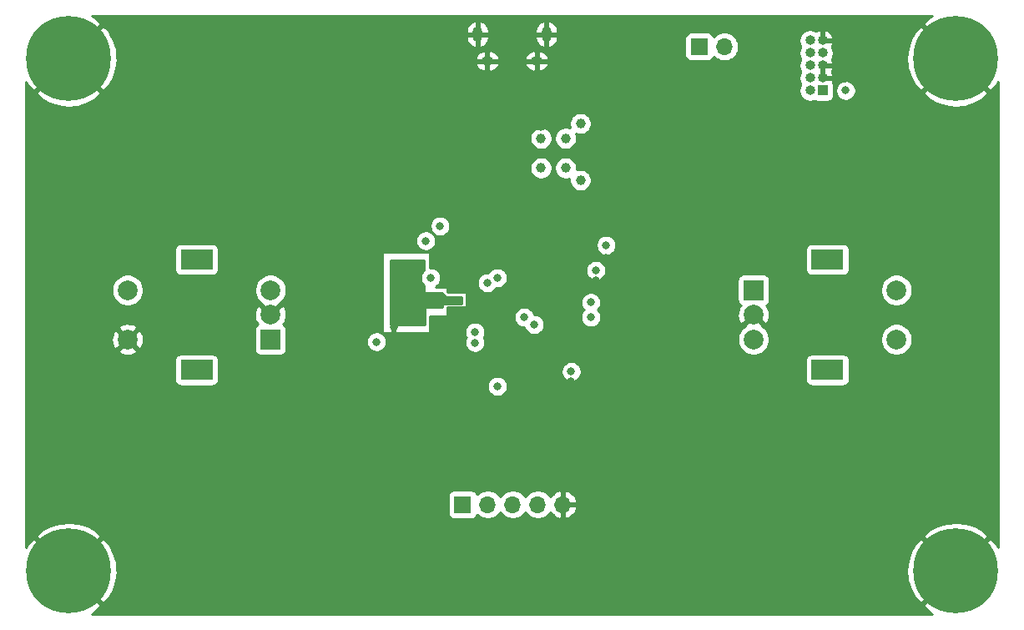
<source format=gbr>
G04 #@! TF.GenerationSoftware,KiCad,Pcbnew,(5.1.5-0-10_14)*
G04 #@! TF.CreationDate,2020-04-19T16:00:30+10:00*
G04 #@! TF.ProjectId,etch-a-sketch,65746368-2d61-42d7-936b-657463682e6b,rev?*
G04 #@! TF.SameCoordinates,Original*
G04 #@! TF.FileFunction,Copper,L2,Inr*
G04 #@! TF.FilePolarity,Positive*
%FSLAX46Y46*%
G04 Gerber Fmt 4.6, Leading zero omitted, Abs format (unit mm)*
G04 Created by KiCad (PCBNEW (5.1.5-0-10_14)) date 2020-04-19 16:00:30*
%MOMM*%
%LPD*%
G04 APERTURE LIST*
%ADD10O,1.000000X1.000000*%
%ADD11R,1.000000X1.000000*%
%ADD12O,1.700000X1.700000*%
%ADD13R,1.700000X1.700000*%
%ADD14C,8.600000*%
%ADD15C,0.900000*%
%ADD16C,2.000000*%
%ADD17R,3.200000X2.000000*%
%ADD18R,2.000000X2.000000*%
%ADD19O,1.250000X0.950000*%
%ADD20O,1.000000X1.550000*%
%ADD21C,0.800000*%
%ADD22C,1.000000*%
%ADD23C,0.500000*%
%ADD24C,0.254000*%
G04 APERTURE END LIST*
D10*
X100230000Y-23170000D03*
X101500000Y-23170000D03*
X100230000Y-24440000D03*
X101500000Y-24440000D03*
X100230000Y-25710000D03*
X101500000Y-25710000D03*
X100230000Y-26980000D03*
X101500000Y-26980000D03*
X100230000Y-28250000D03*
D11*
X101500000Y-28250000D03*
D12*
X75160000Y-70250000D03*
X72620000Y-70250000D03*
X70080000Y-70250000D03*
X67540000Y-70250000D03*
D13*
X65000000Y-70250000D03*
D14*
X25000000Y-25000000D03*
D15*
X28225000Y-25000000D03*
X27280419Y-27280419D03*
X25000000Y-28225000D03*
X22719581Y-27280419D03*
X21775000Y-25000000D03*
X22719581Y-22719581D03*
X25000000Y-21775000D03*
X27280419Y-22719581D03*
X117280419Y-22719581D03*
X115000000Y-21775000D03*
X112719581Y-22719581D03*
X111775000Y-25000000D03*
X112719581Y-27280419D03*
X115000000Y-28225000D03*
X117280419Y-27280419D03*
X118225000Y-25000000D03*
D14*
X115000000Y-25000000D03*
X25000000Y-77000000D03*
D15*
X28225000Y-77000000D03*
X27280419Y-79280419D03*
X25000000Y-80225000D03*
X22719581Y-79280419D03*
X21775000Y-77000000D03*
X22719581Y-74719581D03*
X25000000Y-73775000D03*
X27280419Y-74719581D03*
X117280419Y-74719581D03*
X115000000Y-73775000D03*
X112719581Y-74719581D03*
X111775000Y-77000000D03*
X112719581Y-79280419D03*
X115000000Y-80225000D03*
X117280419Y-79280419D03*
X118225000Y-77000000D03*
D14*
X115000000Y-77000000D03*
D13*
X89000000Y-23800000D03*
D12*
X91540000Y-23800000D03*
D16*
X109000000Y-53500000D03*
X109000000Y-48500000D03*
D17*
X102000000Y-56600000D03*
X102000000Y-45400000D03*
D16*
X94500000Y-53500000D03*
X94500000Y-51000000D03*
D18*
X94500000Y-48500000D03*
D16*
X31000000Y-48500000D03*
X31000000Y-53500000D03*
D17*
X38000000Y-45400000D03*
X38000000Y-56600000D03*
D16*
X45500000Y-48500000D03*
X45500000Y-51000000D03*
D18*
X45500000Y-53500000D03*
D19*
X67500000Y-25250000D03*
X72500000Y-25250000D03*
D20*
X73500000Y-22550000D03*
X66500000Y-22550000D03*
D21*
X60800000Y-45900000D03*
D22*
X72950000Y-31850000D03*
X68950000Y-31350000D03*
X68950000Y-32600000D03*
X68950000Y-33850000D03*
X67700000Y-31350000D03*
X67700000Y-32600000D03*
X67700000Y-33850000D03*
D21*
X76000000Y-57750000D03*
X77750000Y-56500000D03*
X74750000Y-60250000D03*
X65250000Y-58250000D03*
X78500000Y-47500000D03*
X64000000Y-45000000D03*
X64000000Y-46250000D03*
X66500000Y-42500000D03*
X69500000Y-42750000D03*
X79250000Y-58000000D03*
X47500000Y-51000000D03*
X92500000Y-51000000D03*
X71750000Y-60500000D03*
X79700000Y-37100000D03*
X62250000Y-52250000D03*
X58000000Y-52250000D03*
X34250000Y-22750000D03*
X39250000Y-22750000D03*
X44250000Y-22750000D03*
X49250000Y-22750000D03*
X54250000Y-22750000D03*
X59250000Y-22750000D03*
X59250000Y-27750000D03*
X54250000Y-27750000D03*
X49250000Y-27750000D03*
X44250000Y-27750000D03*
X39250000Y-27750000D03*
X34250000Y-27750000D03*
X34250000Y-32750000D03*
X29250000Y-32750000D03*
X29250000Y-37750000D03*
X34250000Y-37750000D03*
X24250000Y-32750000D03*
X24250000Y-37750000D03*
X39250000Y-32750000D03*
X39250000Y-37750000D03*
X44250000Y-37750000D03*
X44250000Y-32750000D03*
X49250000Y-32750000D03*
X49250000Y-37750000D03*
X54250000Y-32750000D03*
X54250000Y-37750000D03*
X59250000Y-37750000D03*
X59250000Y-32750000D03*
X54250000Y-42750000D03*
X49250000Y-42750000D03*
X24250000Y-42750000D03*
X29250000Y-42750000D03*
X34250000Y-42750000D03*
X44250000Y-42750000D03*
X24250000Y-47750000D03*
X24250000Y-52750000D03*
X24250000Y-57750000D03*
X24250000Y-62750000D03*
X24250000Y-67750000D03*
X29250000Y-62750000D03*
X29250000Y-67750000D03*
X34250000Y-67750000D03*
X34250000Y-62750000D03*
X39250000Y-62750000D03*
X39250000Y-67750000D03*
X34250000Y-72750000D03*
X39250000Y-72750000D03*
X44250000Y-72750000D03*
X44250000Y-67750000D03*
X44250000Y-62750000D03*
X49250000Y-62750000D03*
X49250000Y-57750000D03*
X54250000Y-57750000D03*
X54250000Y-62750000D03*
X49250000Y-67750000D03*
X54250000Y-67750000D03*
X54250000Y-72750000D03*
X49250000Y-72750000D03*
X59250000Y-62750000D03*
X59250000Y-67750000D03*
X59250000Y-72750000D03*
X59250000Y-77750000D03*
X64250000Y-62750000D03*
X74250000Y-62750000D03*
X79250000Y-62750000D03*
X84250000Y-62750000D03*
X79250000Y-67750000D03*
X84250000Y-67750000D03*
X84250000Y-72750000D03*
X79250000Y-72750000D03*
X79250000Y-77750000D03*
X84250000Y-77750000D03*
X64250000Y-77750000D03*
X69250000Y-77750000D03*
X74250000Y-77750000D03*
X89250000Y-62750000D03*
X94250000Y-62750000D03*
X94250000Y-67750000D03*
X89250000Y-67750000D03*
X89250000Y-72750000D03*
X94250000Y-72750000D03*
X94250000Y-77750000D03*
X89250000Y-77750000D03*
X99250000Y-67750000D03*
X109250000Y-67750000D03*
X99250000Y-72750000D03*
X99250000Y-62750000D03*
X109250000Y-72750000D03*
X109250000Y-62750000D03*
X104250000Y-62750000D03*
X104250000Y-72750000D03*
X99250000Y-77750000D03*
X104250000Y-67750000D03*
X109250000Y-77750000D03*
X104250000Y-77750000D03*
X114250000Y-62750000D03*
X114250000Y-67750000D03*
X114250000Y-57750000D03*
X114250000Y-47750000D03*
X114250000Y-42750000D03*
X114250000Y-37750000D03*
X109250000Y-37750000D03*
X104250000Y-37750000D03*
X99250000Y-37750000D03*
X99250000Y-32750000D03*
X104250000Y-32750000D03*
X109250000Y-32750000D03*
X114250000Y-32750000D03*
X109250000Y-42750000D03*
X99250000Y-42750000D03*
X94250000Y-42750000D03*
X94250000Y-37750000D03*
X89250000Y-37750000D03*
X89250000Y-42750000D03*
X89250000Y-47750000D03*
X89250000Y-57750000D03*
X84250000Y-57750000D03*
X79250000Y-22750000D03*
X84250000Y-22750000D03*
X84250000Y-27750000D03*
X79250000Y-27750000D03*
D22*
X68950000Y-27200000D03*
D21*
X103850000Y-23150000D03*
X103850000Y-25650000D03*
X103850000Y-27050000D03*
X79550000Y-45250000D03*
D22*
X75450000Y-33100000D03*
X72950000Y-33100000D03*
X76950000Y-31600000D03*
X76950000Y-37350000D03*
X72950000Y-36100000D03*
X75450000Y-36100000D03*
D21*
X61750000Y-47250000D03*
X78500000Y-46500000D03*
X56250000Y-53750000D03*
X62700000Y-42000000D03*
X76000000Y-56750000D03*
X68500000Y-58250000D03*
X61250000Y-43500000D03*
X103850000Y-28250000D03*
X71250000Y-51250000D03*
X72250000Y-52000000D03*
X79550000Y-43950000D03*
X67500000Y-47750000D03*
X68500000Y-47250000D03*
X78000000Y-51250000D03*
X78000000Y-49750000D03*
X66250000Y-53832052D03*
X66250000Y-52750000D03*
D23*
X58000000Y-51300000D02*
X58000000Y-52000000D01*
X58000000Y-52000000D02*
X58000000Y-53750000D01*
D24*
G36*
X61109720Y-46433038D02*
G01*
X61090226Y-46446063D01*
X60946063Y-46590226D01*
X60832795Y-46759744D01*
X60754774Y-46948102D01*
X60715000Y-47148061D01*
X60715000Y-47351939D01*
X60754774Y-47551898D01*
X60832795Y-47740256D01*
X60946063Y-47909774D01*
X61090226Y-48053937D01*
X61109720Y-48066962D01*
X61109720Y-48700000D01*
X61112160Y-48724776D01*
X61119387Y-48748601D01*
X61131123Y-48770557D01*
X61146917Y-48789803D01*
X61166163Y-48805597D01*
X61188119Y-48817333D01*
X61211944Y-48824560D01*
X61236720Y-48827000D01*
X62884114Y-48827000D01*
X63246917Y-49189803D01*
X63266163Y-49205597D01*
X63288119Y-49217333D01*
X63311944Y-49224560D01*
X63336720Y-49227000D01*
X64909720Y-49227000D01*
X64909720Y-49873000D01*
X63036720Y-49873000D01*
X63011944Y-49875440D01*
X62988119Y-49882667D01*
X62966163Y-49894403D01*
X62946917Y-49910197D01*
X62931123Y-49929443D01*
X62919387Y-49951399D01*
X62912160Y-49975224D01*
X62909720Y-50000000D01*
X62909720Y-50223000D01*
X61264016Y-50223000D01*
X61239240Y-50225440D01*
X61215415Y-50232667D01*
X61193459Y-50244403D01*
X61174213Y-50260197D01*
X61158419Y-50279443D01*
X61146683Y-50301399D01*
X61139456Y-50325224D01*
X61137016Y-50350000D01*
X61137016Y-51973000D01*
X57641016Y-51973000D01*
X57641016Y-45477000D01*
X61109720Y-45477000D01*
X61109720Y-46433038D01*
G37*
X61109720Y-46433038D02*
X61090226Y-46446063D01*
X60946063Y-46590226D01*
X60832795Y-46759744D01*
X60754774Y-46948102D01*
X60715000Y-47148061D01*
X60715000Y-47351939D01*
X60754774Y-47551898D01*
X60832795Y-47740256D01*
X60946063Y-47909774D01*
X61090226Y-48053937D01*
X61109720Y-48066962D01*
X61109720Y-48700000D01*
X61112160Y-48724776D01*
X61119387Y-48748601D01*
X61131123Y-48770557D01*
X61146917Y-48789803D01*
X61166163Y-48805597D01*
X61188119Y-48817333D01*
X61211944Y-48824560D01*
X61236720Y-48827000D01*
X62884114Y-48827000D01*
X63246917Y-49189803D01*
X63266163Y-49205597D01*
X63288119Y-49217333D01*
X63311944Y-49224560D01*
X63336720Y-49227000D01*
X64909720Y-49227000D01*
X64909720Y-49873000D01*
X63036720Y-49873000D01*
X63011944Y-49875440D01*
X62988119Y-49882667D01*
X62966163Y-49894403D01*
X62946917Y-49910197D01*
X62931123Y-49929443D01*
X62919387Y-49951399D01*
X62912160Y-49975224D01*
X62909720Y-50000000D01*
X62909720Y-50223000D01*
X61264016Y-50223000D01*
X61239240Y-50225440D01*
X61215415Y-50232667D01*
X61193459Y-50244403D01*
X61174213Y-50260197D01*
X61158419Y-50279443D01*
X61146683Y-50301399D01*
X61139456Y-50325224D01*
X61137016Y-50350000D01*
X61137016Y-51973000D01*
X57641016Y-51973000D01*
X57641016Y-45477000D01*
X61109720Y-45477000D01*
X61109720Y-46433038D01*
G36*
X112301560Y-20839606D02*
G01*
X112188946Y-20914851D01*
X111696787Y-21517182D01*
X115000000Y-24820395D01*
X115014143Y-24806253D01*
X115193748Y-24985858D01*
X115179605Y-25000000D01*
X118482818Y-28303213D01*
X119085149Y-27811054D01*
X119340000Y-27349534D01*
X119340001Y-74648909D01*
X119160394Y-74301560D01*
X119085149Y-74188946D01*
X118482818Y-73696787D01*
X115179605Y-77000000D01*
X115193748Y-77014143D01*
X115014143Y-77193748D01*
X115000000Y-77179605D01*
X111696787Y-80482818D01*
X112188946Y-81085149D01*
X112650466Y-81340000D01*
X27351093Y-81340000D01*
X27698440Y-81160394D01*
X27811054Y-81085149D01*
X28303213Y-80482818D01*
X25000000Y-77179605D01*
X24985858Y-77193748D01*
X24806253Y-77014143D01*
X24820395Y-77000000D01*
X25179605Y-77000000D01*
X28482818Y-80303213D01*
X29085149Y-79811054D01*
X29555063Y-78960067D01*
X29849929Y-78033757D01*
X29958414Y-77067719D01*
X29946940Y-76932281D01*
X110041586Y-76932281D01*
X110123649Y-77900921D01*
X110393107Y-78834938D01*
X110839606Y-79698440D01*
X110914851Y-79811054D01*
X111517182Y-80303213D01*
X114820395Y-77000000D01*
X111517182Y-73696787D01*
X110914851Y-74188946D01*
X110444937Y-75039933D01*
X110150071Y-75966243D01*
X110041586Y-76932281D01*
X29946940Y-76932281D01*
X29876351Y-76099079D01*
X29606893Y-75165062D01*
X29160394Y-74301560D01*
X29085149Y-74188946D01*
X28482818Y-73696787D01*
X25179605Y-77000000D01*
X24820395Y-77000000D01*
X21517182Y-73696787D01*
X20914851Y-74188946D01*
X20660000Y-74650466D01*
X20660000Y-73517182D01*
X21696787Y-73517182D01*
X25000000Y-76820395D01*
X28303213Y-73517182D01*
X111696787Y-73517182D01*
X115000000Y-76820395D01*
X118303213Y-73517182D01*
X117811054Y-72914851D01*
X116960067Y-72444937D01*
X116033757Y-72150071D01*
X115067719Y-72041586D01*
X114099079Y-72123649D01*
X113165062Y-72393107D01*
X112301560Y-72839606D01*
X112188946Y-72914851D01*
X111696787Y-73517182D01*
X28303213Y-73517182D01*
X27811054Y-72914851D01*
X26960067Y-72444937D01*
X26033757Y-72150071D01*
X25067719Y-72041586D01*
X24099079Y-72123649D01*
X23165062Y-72393107D01*
X22301560Y-72839606D01*
X22188946Y-72914851D01*
X21696787Y-73517182D01*
X20660000Y-73517182D01*
X20660000Y-69400000D01*
X63511928Y-69400000D01*
X63511928Y-71100000D01*
X63524188Y-71224482D01*
X63560498Y-71344180D01*
X63619463Y-71454494D01*
X63698815Y-71551185D01*
X63795506Y-71630537D01*
X63905820Y-71689502D01*
X64025518Y-71725812D01*
X64150000Y-71738072D01*
X65850000Y-71738072D01*
X65974482Y-71725812D01*
X66094180Y-71689502D01*
X66204494Y-71630537D01*
X66301185Y-71551185D01*
X66380537Y-71454494D01*
X66439502Y-71344180D01*
X66461513Y-71271620D01*
X66593368Y-71403475D01*
X66836589Y-71565990D01*
X67106842Y-71677932D01*
X67393740Y-71735000D01*
X67686260Y-71735000D01*
X67973158Y-71677932D01*
X68243411Y-71565990D01*
X68486632Y-71403475D01*
X68693475Y-71196632D01*
X68810000Y-71022240D01*
X68926525Y-71196632D01*
X69133368Y-71403475D01*
X69376589Y-71565990D01*
X69646842Y-71677932D01*
X69933740Y-71735000D01*
X70226260Y-71735000D01*
X70513158Y-71677932D01*
X70783411Y-71565990D01*
X71026632Y-71403475D01*
X71233475Y-71196632D01*
X71350000Y-71022240D01*
X71466525Y-71196632D01*
X71673368Y-71403475D01*
X71916589Y-71565990D01*
X72186842Y-71677932D01*
X72473740Y-71735000D01*
X72766260Y-71735000D01*
X73053158Y-71677932D01*
X73323411Y-71565990D01*
X73566632Y-71403475D01*
X73773475Y-71196632D01*
X73895195Y-71014466D01*
X73964822Y-71131355D01*
X74159731Y-71347588D01*
X74393080Y-71521641D01*
X74655901Y-71646825D01*
X74803110Y-71691476D01*
X75033000Y-71570155D01*
X75033000Y-70377000D01*
X75287000Y-70377000D01*
X75287000Y-71570155D01*
X75516890Y-71691476D01*
X75664099Y-71646825D01*
X75926920Y-71521641D01*
X76160269Y-71347588D01*
X76355178Y-71131355D01*
X76504157Y-70881252D01*
X76601481Y-70606891D01*
X76480814Y-70377000D01*
X75287000Y-70377000D01*
X75033000Y-70377000D01*
X75013000Y-70377000D01*
X75013000Y-70123000D01*
X75033000Y-70123000D01*
X75033000Y-68929845D01*
X75287000Y-68929845D01*
X75287000Y-70123000D01*
X76480814Y-70123000D01*
X76601481Y-69893109D01*
X76504157Y-69618748D01*
X76355178Y-69368645D01*
X76160269Y-69152412D01*
X75926920Y-68978359D01*
X75664099Y-68853175D01*
X75516890Y-68808524D01*
X75287000Y-68929845D01*
X75033000Y-68929845D01*
X74803110Y-68808524D01*
X74655901Y-68853175D01*
X74393080Y-68978359D01*
X74159731Y-69152412D01*
X73964822Y-69368645D01*
X73895195Y-69485534D01*
X73773475Y-69303368D01*
X73566632Y-69096525D01*
X73323411Y-68934010D01*
X73053158Y-68822068D01*
X72766260Y-68765000D01*
X72473740Y-68765000D01*
X72186842Y-68822068D01*
X71916589Y-68934010D01*
X71673368Y-69096525D01*
X71466525Y-69303368D01*
X71350000Y-69477760D01*
X71233475Y-69303368D01*
X71026632Y-69096525D01*
X70783411Y-68934010D01*
X70513158Y-68822068D01*
X70226260Y-68765000D01*
X69933740Y-68765000D01*
X69646842Y-68822068D01*
X69376589Y-68934010D01*
X69133368Y-69096525D01*
X68926525Y-69303368D01*
X68810000Y-69477760D01*
X68693475Y-69303368D01*
X68486632Y-69096525D01*
X68243411Y-68934010D01*
X67973158Y-68822068D01*
X67686260Y-68765000D01*
X67393740Y-68765000D01*
X67106842Y-68822068D01*
X66836589Y-68934010D01*
X66593368Y-69096525D01*
X66461513Y-69228380D01*
X66439502Y-69155820D01*
X66380537Y-69045506D01*
X66301185Y-68948815D01*
X66204494Y-68869463D01*
X66094180Y-68810498D01*
X65974482Y-68774188D01*
X65850000Y-68761928D01*
X64150000Y-68761928D01*
X64025518Y-68774188D01*
X63905820Y-68810498D01*
X63795506Y-68869463D01*
X63698815Y-68948815D01*
X63619463Y-69045506D01*
X63560498Y-69155820D01*
X63524188Y-69275518D01*
X63511928Y-69400000D01*
X20660000Y-69400000D01*
X20660000Y-55600000D01*
X35761928Y-55600000D01*
X35761928Y-57600000D01*
X35774188Y-57724482D01*
X35810498Y-57844180D01*
X35869463Y-57954494D01*
X35948815Y-58051185D01*
X36045506Y-58130537D01*
X36155820Y-58189502D01*
X36275518Y-58225812D01*
X36400000Y-58238072D01*
X39600000Y-58238072D01*
X39724482Y-58225812D01*
X39844180Y-58189502D01*
X39921709Y-58148061D01*
X67465000Y-58148061D01*
X67465000Y-58351939D01*
X67504774Y-58551898D01*
X67582795Y-58740256D01*
X67696063Y-58909774D01*
X67840226Y-59053937D01*
X68009744Y-59167205D01*
X68198102Y-59245226D01*
X68398061Y-59285000D01*
X68601939Y-59285000D01*
X68801898Y-59245226D01*
X68990256Y-59167205D01*
X69159774Y-59053937D01*
X69303937Y-58909774D01*
X69417205Y-58740256D01*
X69495226Y-58551898D01*
X69535000Y-58351939D01*
X69535000Y-58148061D01*
X69495226Y-57948102D01*
X69417205Y-57759744D01*
X69303937Y-57590226D01*
X69159774Y-57446063D01*
X68990256Y-57332795D01*
X68801898Y-57254774D01*
X68601939Y-57215000D01*
X68398061Y-57215000D01*
X68198102Y-57254774D01*
X68009744Y-57332795D01*
X67840226Y-57446063D01*
X67696063Y-57590226D01*
X67582795Y-57759744D01*
X67504774Y-57948102D01*
X67465000Y-58148061D01*
X39921709Y-58148061D01*
X39954494Y-58130537D01*
X40051185Y-58051185D01*
X40130537Y-57954494D01*
X40189502Y-57844180D01*
X40225812Y-57724482D01*
X40238072Y-57600000D01*
X40238072Y-56648061D01*
X74965000Y-56648061D01*
X74965000Y-56851939D01*
X75004774Y-57051898D01*
X75082795Y-57240256D01*
X75196063Y-57409774D01*
X75340226Y-57553937D01*
X75509744Y-57667205D01*
X75698102Y-57745226D01*
X75898061Y-57785000D01*
X76101939Y-57785000D01*
X76301898Y-57745226D01*
X76490256Y-57667205D01*
X76659774Y-57553937D01*
X76803937Y-57409774D01*
X76917205Y-57240256D01*
X76995226Y-57051898D01*
X77035000Y-56851939D01*
X77035000Y-56648061D01*
X76995226Y-56448102D01*
X76917205Y-56259744D01*
X76803937Y-56090226D01*
X76659774Y-55946063D01*
X76490256Y-55832795D01*
X76301898Y-55754774D01*
X76101939Y-55715000D01*
X75898061Y-55715000D01*
X75698102Y-55754774D01*
X75509744Y-55832795D01*
X75340226Y-55946063D01*
X75196063Y-56090226D01*
X75082795Y-56259744D01*
X75004774Y-56448102D01*
X74965000Y-56648061D01*
X40238072Y-56648061D01*
X40238072Y-55600000D01*
X99761928Y-55600000D01*
X99761928Y-57600000D01*
X99774188Y-57724482D01*
X99810498Y-57844180D01*
X99869463Y-57954494D01*
X99948815Y-58051185D01*
X100045506Y-58130537D01*
X100155820Y-58189502D01*
X100275518Y-58225812D01*
X100400000Y-58238072D01*
X103600000Y-58238072D01*
X103724482Y-58225812D01*
X103844180Y-58189502D01*
X103954494Y-58130537D01*
X104051185Y-58051185D01*
X104130537Y-57954494D01*
X104189502Y-57844180D01*
X104225812Y-57724482D01*
X104238072Y-57600000D01*
X104238072Y-55600000D01*
X104225812Y-55475518D01*
X104189502Y-55355820D01*
X104130537Y-55245506D01*
X104051185Y-55148815D01*
X103954494Y-55069463D01*
X103844180Y-55010498D01*
X103724482Y-54974188D01*
X103600000Y-54961928D01*
X100400000Y-54961928D01*
X100275518Y-54974188D01*
X100155820Y-55010498D01*
X100045506Y-55069463D01*
X99948815Y-55148815D01*
X99869463Y-55245506D01*
X99810498Y-55355820D01*
X99774188Y-55475518D01*
X99761928Y-55600000D01*
X40238072Y-55600000D01*
X40225812Y-55475518D01*
X40189502Y-55355820D01*
X40130537Y-55245506D01*
X40051185Y-55148815D01*
X39954494Y-55069463D01*
X39844180Y-55010498D01*
X39724482Y-54974188D01*
X39600000Y-54961928D01*
X36400000Y-54961928D01*
X36275518Y-54974188D01*
X36155820Y-55010498D01*
X36045506Y-55069463D01*
X35948815Y-55148815D01*
X35869463Y-55245506D01*
X35810498Y-55355820D01*
X35774188Y-55475518D01*
X35761928Y-55600000D01*
X20660000Y-55600000D01*
X20660000Y-54635413D01*
X30044192Y-54635413D01*
X30139956Y-54899814D01*
X30429571Y-55040704D01*
X30741108Y-55122384D01*
X31062595Y-55141718D01*
X31381675Y-55097961D01*
X31686088Y-54992795D01*
X31860044Y-54899814D01*
X31955808Y-54635413D01*
X31000000Y-53679605D01*
X30044192Y-54635413D01*
X20660000Y-54635413D01*
X20660000Y-53562595D01*
X29358282Y-53562595D01*
X29402039Y-53881675D01*
X29507205Y-54186088D01*
X29600186Y-54360044D01*
X29864587Y-54455808D01*
X30820395Y-53500000D01*
X31179605Y-53500000D01*
X32135413Y-54455808D01*
X32399814Y-54360044D01*
X32540704Y-54070429D01*
X32622384Y-53758892D01*
X32641718Y-53437405D01*
X32597961Y-53118325D01*
X32492795Y-52813912D01*
X32399814Y-52639956D01*
X32135413Y-52544192D01*
X31179605Y-53500000D01*
X30820395Y-53500000D01*
X29864587Y-52544192D01*
X29600186Y-52639956D01*
X29459296Y-52929571D01*
X29377616Y-53241108D01*
X29358282Y-53562595D01*
X20660000Y-53562595D01*
X20660000Y-52364587D01*
X30044192Y-52364587D01*
X31000000Y-53320395D01*
X31955808Y-52364587D01*
X31860044Y-52100186D01*
X31570429Y-51959296D01*
X31258892Y-51877616D01*
X30937405Y-51858282D01*
X30618325Y-51902039D01*
X30313912Y-52007205D01*
X30139956Y-52100186D01*
X30044192Y-52364587D01*
X20660000Y-52364587D01*
X20660000Y-51062595D01*
X43858282Y-51062595D01*
X43902039Y-51381675D01*
X44007205Y-51686088D01*
X44100186Y-51860044D01*
X44249223Y-51914024D01*
X44145506Y-51969463D01*
X44048815Y-52048815D01*
X43969463Y-52145506D01*
X43910498Y-52255820D01*
X43874188Y-52375518D01*
X43861928Y-52500000D01*
X43861928Y-54500000D01*
X43874188Y-54624482D01*
X43910498Y-54744180D01*
X43969463Y-54854494D01*
X44048815Y-54951185D01*
X44145506Y-55030537D01*
X44255820Y-55089502D01*
X44375518Y-55125812D01*
X44500000Y-55138072D01*
X46500000Y-55138072D01*
X46624482Y-55125812D01*
X46744180Y-55089502D01*
X46854494Y-55030537D01*
X46951185Y-54951185D01*
X47030537Y-54854494D01*
X47089502Y-54744180D01*
X47125812Y-54624482D01*
X47138072Y-54500000D01*
X47138072Y-53648061D01*
X55215000Y-53648061D01*
X55215000Y-53851939D01*
X55254774Y-54051898D01*
X55332795Y-54240256D01*
X55446063Y-54409774D01*
X55590226Y-54553937D01*
X55759744Y-54667205D01*
X55948102Y-54745226D01*
X56148061Y-54785000D01*
X56351939Y-54785000D01*
X56551898Y-54745226D01*
X56740256Y-54667205D01*
X56909774Y-54553937D01*
X57053937Y-54409774D01*
X57167205Y-54240256D01*
X57245226Y-54051898D01*
X57285000Y-53851939D01*
X57285000Y-53648061D01*
X57245226Y-53448102D01*
X57167205Y-53259744D01*
X57053937Y-53090226D01*
X56909774Y-52946063D01*
X56740256Y-52832795D01*
X56551898Y-52754774D01*
X56351939Y-52715000D01*
X56148061Y-52715000D01*
X55948102Y-52754774D01*
X55759744Y-52832795D01*
X55590226Y-52946063D01*
X55446063Y-53090226D01*
X55332795Y-53259744D01*
X55254774Y-53448102D01*
X55215000Y-53648061D01*
X47138072Y-53648061D01*
X47138072Y-52500000D01*
X47125812Y-52375518D01*
X47089502Y-52255820D01*
X47030537Y-52145506D01*
X46951185Y-52048815D01*
X46854494Y-51969463D01*
X46750777Y-51914024D01*
X46899814Y-51860044D01*
X47040704Y-51570429D01*
X47122384Y-51258892D01*
X47141718Y-50937405D01*
X47097961Y-50618325D01*
X46992795Y-50313912D01*
X46899814Y-50139956D01*
X46635413Y-50044192D01*
X45679605Y-51000000D01*
X45693748Y-51014143D01*
X45514143Y-51193748D01*
X45500000Y-51179605D01*
X45485858Y-51193748D01*
X45306253Y-51014143D01*
X45320395Y-51000000D01*
X44364587Y-50044192D01*
X44100186Y-50139956D01*
X43959296Y-50429571D01*
X43877616Y-50741108D01*
X43858282Y-51062595D01*
X20660000Y-51062595D01*
X20660000Y-48338967D01*
X29365000Y-48338967D01*
X29365000Y-48661033D01*
X29427832Y-48976912D01*
X29551082Y-49274463D01*
X29730013Y-49542252D01*
X29957748Y-49769987D01*
X30225537Y-49948918D01*
X30523088Y-50072168D01*
X30838967Y-50135000D01*
X31161033Y-50135000D01*
X31476912Y-50072168D01*
X31774463Y-49948918D01*
X32042252Y-49769987D01*
X32269987Y-49542252D01*
X32448918Y-49274463D01*
X32572168Y-48976912D01*
X32635000Y-48661033D01*
X32635000Y-48338967D01*
X43865000Y-48338967D01*
X43865000Y-48661033D01*
X43927832Y-48976912D01*
X44051082Y-49274463D01*
X44230013Y-49542252D01*
X44457748Y-49769987D01*
X44554935Y-49834925D01*
X44544192Y-49864587D01*
X45500000Y-50820395D01*
X46455808Y-49864587D01*
X46445065Y-49834925D01*
X46542252Y-49769987D01*
X46769987Y-49542252D01*
X46948918Y-49274463D01*
X47072168Y-48976912D01*
X47135000Y-48661033D01*
X47135000Y-48338967D01*
X47072168Y-48023088D01*
X46948918Y-47725537D01*
X46769987Y-47457748D01*
X46542252Y-47230013D01*
X46274463Y-47051082D01*
X45976912Y-46927832D01*
X45661033Y-46865000D01*
X45338967Y-46865000D01*
X45023088Y-46927832D01*
X44725537Y-47051082D01*
X44457748Y-47230013D01*
X44230013Y-47457748D01*
X44051082Y-47725537D01*
X43927832Y-48023088D01*
X43865000Y-48338967D01*
X32635000Y-48338967D01*
X32572168Y-48023088D01*
X32448918Y-47725537D01*
X32269987Y-47457748D01*
X32042252Y-47230013D01*
X31774463Y-47051082D01*
X31476912Y-46927832D01*
X31161033Y-46865000D01*
X30838967Y-46865000D01*
X30523088Y-46927832D01*
X30225537Y-47051082D01*
X29957748Y-47230013D01*
X29730013Y-47457748D01*
X29551082Y-47725537D01*
X29427832Y-48023088D01*
X29365000Y-48338967D01*
X20660000Y-48338967D01*
X20660000Y-44400000D01*
X35761928Y-44400000D01*
X35761928Y-46400000D01*
X35774188Y-46524482D01*
X35810498Y-46644180D01*
X35869463Y-46754494D01*
X35948815Y-46851185D01*
X36045506Y-46930537D01*
X36155820Y-46989502D01*
X36275518Y-47025812D01*
X36400000Y-47038072D01*
X39600000Y-47038072D01*
X39724482Y-47025812D01*
X39844180Y-46989502D01*
X39954494Y-46930537D01*
X40051185Y-46851185D01*
X40130537Y-46754494D01*
X40189502Y-46644180D01*
X40225812Y-46524482D01*
X40238072Y-46400000D01*
X40238072Y-44750000D01*
X56873000Y-44750000D01*
X56873000Y-52750000D01*
X56875440Y-52774776D01*
X56882667Y-52798601D01*
X56894403Y-52820557D01*
X56910197Y-52839803D01*
X56929443Y-52855597D01*
X56951399Y-52867333D01*
X56975224Y-52874560D01*
X57000000Y-52877000D01*
X61500000Y-52877000D01*
X61524776Y-52874560D01*
X61548601Y-52867333D01*
X61570557Y-52855597D01*
X61589803Y-52839803D01*
X61605597Y-52820557D01*
X61617333Y-52798601D01*
X61624560Y-52774776D01*
X61627000Y-52750000D01*
X61627000Y-52648061D01*
X65215000Y-52648061D01*
X65215000Y-52851939D01*
X65254774Y-53051898D01*
X65332795Y-53240256D01*
X65366718Y-53291026D01*
X65332795Y-53341796D01*
X65254774Y-53530154D01*
X65215000Y-53730113D01*
X65215000Y-53933991D01*
X65254774Y-54133950D01*
X65332795Y-54322308D01*
X65446063Y-54491826D01*
X65590226Y-54635989D01*
X65759744Y-54749257D01*
X65948102Y-54827278D01*
X66148061Y-54867052D01*
X66351939Y-54867052D01*
X66551898Y-54827278D01*
X66740256Y-54749257D01*
X66909774Y-54635989D01*
X67053937Y-54491826D01*
X67167205Y-54322308D01*
X67245226Y-54133950D01*
X67285000Y-53933991D01*
X67285000Y-53730113D01*
X67245226Y-53530154D01*
X67167205Y-53341796D01*
X67165315Y-53338967D01*
X92865000Y-53338967D01*
X92865000Y-53661033D01*
X92927832Y-53976912D01*
X93051082Y-54274463D01*
X93230013Y-54542252D01*
X93457748Y-54769987D01*
X93725537Y-54948918D01*
X94023088Y-55072168D01*
X94338967Y-55135000D01*
X94661033Y-55135000D01*
X94976912Y-55072168D01*
X95274463Y-54948918D01*
X95542252Y-54769987D01*
X95769987Y-54542252D01*
X95948918Y-54274463D01*
X96072168Y-53976912D01*
X96135000Y-53661033D01*
X96135000Y-53338967D01*
X107365000Y-53338967D01*
X107365000Y-53661033D01*
X107427832Y-53976912D01*
X107551082Y-54274463D01*
X107730013Y-54542252D01*
X107957748Y-54769987D01*
X108225537Y-54948918D01*
X108523088Y-55072168D01*
X108838967Y-55135000D01*
X109161033Y-55135000D01*
X109476912Y-55072168D01*
X109774463Y-54948918D01*
X110042252Y-54769987D01*
X110269987Y-54542252D01*
X110448918Y-54274463D01*
X110572168Y-53976912D01*
X110635000Y-53661033D01*
X110635000Y-53338967D01*
X110572168Y-53023088D01*
X110448918Y-52725537D01*
X110269987Y-52457748D01*
X110042252Y-52230013D01*
X109774463Y-52051082D01*
X109476912Y-51927832D01*
X109161033Y-51865000D01*
X108838967Y-51865000D01*
X108523088Y-51927832D01*
X108225537Y-52051082D01*
X107957748Y-52230013D01*
X107730013Y-52457748D01*
X107551082Y-52725537D01*
X107427832Y-53023088D01*
X107365000Y-53338967D01*
X96135000Y-53338967D01*
X96072168Y-53023088D01*
X95948918Y-52725537D01*
X95769987Y-52457748D01*
X95542252Y-52230013D01*
X95445065Y-52165075D01*
X95455808Y-52135413D01*
X94500000Y-51179605D01*
X93544192Y-52135413D01*
X93554935Y-52165075D01*
X93457748Y-52230013D01*
X93230013Y-52457748D01*
X93051082Y-52725537D01*
X92927832Y-53023088D01*
X92865000Y-53338967D01*
X67165315Y-53338967D01*
X67133282Y-53291026D01*
X67167205Y-53240256D01*
X67245226Y-53051898D01*
X67285000Y-52851939D01*
X67285000Y-52648061D01*
X67245226Y-52448102D01*
X67167205Y-52259744D01*
X67053937Y-52090226D01*
X66909774Y-51946063D01*
X66740256Y-51832795D01*
X66551898Y-51754774D01*
X66351939Y-51715000D01*
X66148061Y-51715000D01*
X65948102Y-51754774D01*
X65759744Y-51832795D01*
X65590226Y-51946063D01*
X65446063Y-52090226D01*
X65332795Y-52259744D01*
X65254774Y-52448102D01*
X65215000Y-52648061D01*
X61627000Y-52648061D01*
X61627000Y-51148061D01*
X70215000Y-51148061D01*
X70215000Y-51351939D01*
X70254774Y-51551898D01*
X70332795Y-51740256D01*
X70446063Y-51909774D01*
X70590226Y-52053937D01*
X70759744Y-52167205D01*
X70948102Y-52245226D01*
X71148061Y-52285000D01*
X71251413Y-52285000D01*
X71254774Y-52301898D01*
X71332795Y-52490256D01*
X71446063Y-52659774D01*
X71590226Y-52803937D01*
X71759744Y-52917205D01*
X71948102Y-52995226D01*
X72148061Y-53035000D01*
X72351939Y-53035000D01*
X72551898Y-52995226D01*
X72740256Y-52917205D01*
X72909774Y-52803937D01*
X73053937Y-52659774D01*
X73167205Y-52490256D01*
X73245226Y-52301898D01*
X73285000Y-52101939D01*
X73285000Y-51898061D01*
X73245226Y-51698102D01*
X73167205Y-51509744D01*
X73053937Y-51340226D01*
X72909774Y-51196063D01*
X72740256Y-51082795D01*
X72551898Y-51004774D01*
X72351939Y-50965000D01*
X72248587Y-50965000D01*
X72245226Y-50948102D01*
X72167205Y-50759744D01*
X72053937Y-50590226D01*
X71909774Y-50446063D01*
X71740256Y-50332795D01*
X71551898Y-50254774D01*
X71351939Y-50215000D01*
X71148061Y-50215000D01*
X70948102Y-50254774D01*
X70759744Y-50332795D01*
X70590226Y-50446063D01*
X70446063Y-50590226D01*
X70332795Y-50759744D01*
X70254774Y-50948102D01*
X70215000Y-51148061D01*
X61627000Y-51148061D01*
X61627000Y-51127000D01*
X63300000Y-51127000D01*
X63324776Y-51124560D01*
X63348601Y-51117333D01*
X63370557Y-51105597D01*
X63389803Y-51089803D01*
X63405597Y-51070557D01*
X63417333Y-51048601D01*
X63424560Y-51024776D01*
X63427000Y-51000000D01*
X63427000Y-50227000D01*
X65300000Y-50227000D01*
X65324776Y-50224560D01*
X65348601Y-50217333D01*
X65370557Y-50205597D01*
X65389803Y-50189803D01*
X65405597Y-50170557D01*
X65417333Y-50148601D01*
X65424560Y-50124776D01*
X65427000Y-50100000D01*
X65427000Y-49648061D01*
X76965000Y-49648061D01*
X76965000Y-49851939D01*
X77004774Y-50051898D01*
X77082795Y-50240256D01*
X77196063Y-50409774D01*
X77286289Y-50500000D01*
X77196063Y-50590226D01*
X77082795Y-50759744D01*
X77004774Y-50948102D01*
X76965000Y-51148061D01*
X76965000Y-51351939D01*
X77004774Y-51551898D01*
X77082795Y-51740256D01*
X77196063Y-51909774D01*
X77340226Y-52053937D01*
X77509744Y-52167205D01*
X77698102Y-52245226D01*
X77898061Y-52285000D01*
X78101939Y-52285000D01*
X78301898Y-52245226D01*
X78490256Y-52167205D01*
X78659774Y-52053937D01*
X78803937Y-51909774D01*
X78917205Y-51740256D01*
X78995226Y-51551898D01*
X79035000Y-51351939D01*
X79035000Y-51148061D01*
X79018000Y-51062595D01*
X92858282Y-51062595D01*
X92902039Y-51381675D01*
X93007205Y-51686088D01*
X93100186Y-51860044D01*
X93364587Y-51955808D01*
X94320395Y-51000000D01*
X94306253Y-50985858D01*
X94485858Y-50806253D01*
X94500000Y-50820395D01*
X94514143Y-50806253D01*
X94693748Y-50985858D01*
X94679605Y-51000000D01*
X95635413Y-51955808D01*
X95899814Y-51860044D01*
X96040704Y-51570429D01*
X96122384Y-51258892D01*
X96141718Y-50937405D01*
X96097961Y-50618325D01*
X95992795Y-50313912D01*
X95899814Y-50139956D01*
X95750777Y-50085976D01*
X95854494Y-50030537D01*
X95951185Y-49951185D01*
X96030537Y-49854494D01*
X96089502Y-49744180D01*
X96125812Y-49624482D01*
X96138072Y-49500000D01*
X96138072Y-48338967D01*
X107365000Y-48338967D01*
X107365000Y-48661033D01*
X107427832Y-48976912D01*
X107551082Y-49274463D01*
X107730013Y-49542252D01*
X107957748Y-49769987D01*
X108225537Y-49948918D01*
X108523088Y-50072168D01*
X108838967Y-50135000D01*
X109161033Y-50135000D01*
X109476912Y-50072168D01*
X109774463Y-49948918D01*
X110042252Y-49769987D01*
X110269987Y-49542252D01*
X110448918Y-49274463D01*
X110572168Y-48976912D01*
X110635000Y-48661033D01*
X110635000Y-48338967D01*
X110572168Y-48023088D01*
X110448918Y-47725537D01*
X110269987Y-47457748D01*
X110042252Y-47230013D01*
X109774463Y-47051082D01*
X109476912Y-46927832D01*
X109161033Y-46865000D01*
X108838967Y-46865000D01*
X108523088Y-46927832D01*
X108225537Y-47051082D01*
X107957748Y-47230013D01*
X107730013Y-47457748D01*
X107551082Y-47725537D01*
X107427832Y-48023088D01*
X107365000Y-48338967D01*
X96138072Y-48338967D01*
X96138072Y-47500000D01*
X96125812Y-47375518D01*
X96089502Y-47255820D01*
X96030537Y-47145506D01*
X95951185Y-47048815D01*
X95854494Y-46969463D01*
X95744180Y-46910498D01*
X95624482Y-46874188D01*
X95500000Y-46861928D01*
X93500000Y-46861928D01*
X93375518Y-46874188D01*
X93255820Y-46910498D01*
X93145506Y-46969463D01*
X93048815Y-47048815D01*
X92969463Y-47145506D01*
X92910498Y-47255820D01*
X92874188Y-47375518D01*
X92861928Y-47500000D01*
X92861928Y-49500000D01*
X92874188Y-49624482D01*
X92910498Y-49744180D01*
X92969463Y-49854494D01*
X93048815Y-49951185D01*
X93145506Y-50030537D01*
X93249223Y-50085976D01*
X93100186Y-50139956D01*
X92959296Y-50429571D01*
X92877616Y-50741108D01*
X92858282Y-51062595D01*
X79018000Y-51062595D01*
X78995226Y-50948102D01*
X78917205Y-50759744D01*
X78803937Y-50590226D01*
X78713711Y-50500000D01*
X78803937Y-50409774D01*
X78917205Y-50240256D01*
X78995226Y-50051898D01*
X79035000Y-49851939D01*
X79035000Y-49648061D01*
X78995226Y-49448102D01*
X78917205Y-49259744D01*
X78803937Y-49090226D01*
X78659774Y-48946063D01*
X78490256Y-48832795D01*
X78301898Y-48754774D01*
X78101939Y-48715000D01*
X77898061Y-48715000D01*
X77698102Y-48754774D01*
X77509744Y-48832795D01*
X77340226Y-48946063D01*
X77196063Y-49090226D01*
X77082795Y-49259744D01*
X77004774Y-49448102D01*
X76965000Y-49648061D01*
X65427000Y-49648061D01*
X65427000Y-48800000D01*
X65424560Y-48775224D01*
X65417333Y-48751399D01*
X65405597Y-48729443D01*
X65389803Y-48710197D01*
X65370557Y-48694403D01*
X65348601Y-48682667D01*
X65324776Y-48675440D01*
X65300000Y-48673000D01*
X63427000Y-48673000D01*
X63427000Y-48300000D01*
X63424560Y-48275224D01*
X63417333Y-48251399D01*
X63405597Y-48229443D01*
X63389803Y-48210197D01*
X63370557Y-48194403D01*
X63348601Y-48182667D01*
X63324776Y-48175440D01*
X63300000Y-48173000D01*
X62226266Y-48173000D01*
X62240256Y-48167205D01*
X62409774Y-48053937D01*
X62553937Y-47909774D01*
X62667205Y-47740256D01*
X62705393Y-47648061D01*
X66465000Y-47648061D01*
X66465000Y-47851939D01*
X66504774Y-48051898D01*
X66582795Y-48240256D01*
X66696063Y-48409774D01*
X66840226Y-48553937D01*
X67009744Y-48667205D01*
X67198102Y-48745226D01*
X67398061Y-48785000D01*
X67601939Y-48785000D01*
X67801898Y-48745226D01*
X67990256Y-48667205D01*
X68159774Y-48553937D01*
X68303937Y-48409774D01*
X68388570Y-48283112D01*
X68398061Y-48285000D01*
X68601939Y-48285000D01*
X68801898Y-48245226D01*
X68990256Y-48167205D01*
X69159774Y-48053937D01*
X69303937Y-47909774D01*
X69417205Y-47740256D01*
X69495226Y-47551898D01*
X69535000Y-47351939D01*
X69535000Y-47148061D01*
X69495226Y-46948102D01*
X69417205Y-46759744D01*
X69303937Y-46590226D01*
X69159774Y-46446063D01*
X69087934Y-46398061D01*
X77465000Y-46398061D01*
X77465000Y-46601939D01*
X77504774Y-46801898D01*
X77582795Y-46990256D01*
X77696063Y-47159774D01*
X77840226Y-47303937D01*
X78009744Y-47417205D01*
X78198102Y-47495226D01*
X78398061Y-47535000D01*
X78601939Y-47535000D01*
X78801898Y-47495226D01*
X78990256Y-47417205D01*
X79159774Y-47303937D01*
X79303937Y-47159774D01*
X79417205Y-46990256D01*
X79495226Y-46801898D01*
X79535000Y-46601939D01*
X79535000Y-46398061D01*
X79495226Y-46198102D01*
X79417205Y-46009744D01*
X79303937Y-45840226D01*
X79159774Y-45696063D01*
X78990256Y-45582795D01*
X78801898Y-45504774D01*
X78601939Y-45465000D01*
X78398061Y-45465000D01*
X78198102Y-45504774D01*
X78009744Y-45582795D01*
X77840226Y-45696063D01*
X77696063Y-45840226D01*
X77582795Y-46009744D01*
X77504774Y-46198102D01*
X77465000Y-46398061D01*
X69087934Y-46398061D01*
X68990256Y-46332795D01*
X68801898Y-46254774D01*
X68601939Y-46215000D01*
X68398061Y-46215000D01*
X68198102Y-46254774D01*
X68009744Y-46332795D01*
X67840226Y-46446063D01*
X67696063Y-46590226D01*
X67611430Y-46716888D01*
X67601939Y-46715000D01*
X67398061Y-46715000D01*
X67198102Y-46754774D01*
X67009744Y-46832795D01*
X66840226Y-46946063D01*
X66696063Y-47090226D01*
X66582795Y-47259744D01*
X66504774Y-47448102D01*
X66465000Y-47648061D01*
X62705393Y-47648061D01*
X62745226Y-47551898D01*
X62785000Y-47351939D01*
X62785000Y-47148061D01*
X62745226Y-46948102D01*
X62667205Y-46759744D01*
X62553937Y-46590226D01*
X62409774Y-46446063D01*
X62240256Y-46332795D01*
X62051898Y-46254774D01*
X61851939Y-46215000D01*
X61648061Y-46215000D01*
X61627000Y-46219189D01*
X61627000Y-44750000D01*
X61624560Y-44725224D01*
X61617333Y-44701399D01*
X61605597Y-44679443D01*
X61589803Y-44660197D01*
X61570557Y-44644403D01*
X61548601Y-44632667D01*
X61524776Y-44625440D01*
X61500000Y-44623000D01*
X57000000Y-44623000D01*
X56975224Y-44625440D01*
X56951399Y-44632667D01*
X56929443Y-44644403D01*
X56910197Y-44660197D01*
X56894403Y-44679443D01*
X56882667Y-44701399D01*
X56875440Y-44725224D01*
X56873000Y-44750000D01*
X40238072Y-44750000D01*
X40238072Y-44400000D01*
X40225812Y-44275518D01*
X40189502Y-44155820D01*
X40130537Y-44045506D01*
X40051185Y-43948815D01*
X39954494Y-43869463D01*
X39844180Y-43810498D01*
X39724482Y-43774188D01*
X39600000Y-43761928D01*
X36400000Y-43761928D01*
X36275518Y-43774188D01*
X36155820Y-43810498D01*
X36045506Y-43869463D01*
X35948815Y-43948815D01*
X35869463Y-44045506D01*
X35810498Y-44155820D01*
X35774188Y-44275518D01*
X35761928Y-44400000D01*
X20660000Y-44400000D01*
X20660000Y-43398061D01*
X60215000Y-43398061D01*
X60215000Y-43601939D01*
X60254774Y-43801898D01*
X60332795Y-43990256D01*
X60446063Y-44159774D01*
X60590226Y-44303937D01*
X60759744Y-44417205D01*
X60948102Y-44495226D01*
X61148061Y-44535000D01*
X61351939Y-44535000D01*
X61551898Y-44495226D01*
X61740256Y-44417205D01*
X61909774Y-44303937D01*
X62053937Y-44159774D01*
X62167205Y-43990256D01*
X62226104Y-43848061D01*
X78515000Y-43848061D01*
X78515000Y-44051939D01*
X78554774Y-44251898D01*
X78632795Y-44440256D01*
X78746063Y-44609774D01*
X78890226Y-44753937D01*
X79059744Y-44867205D01*
X79248102Y-44945226D01*
X79448061Y-44985000D01*
X79651939Y-44985000D01*
X79851898Y-44945226D01*
X80040256Y-44867205D01*
X80209774Y-44753937D01*
X80353937Y-44609774D01*
X80467205Y-44440256D01*
X80483879Y-44400000D01*
X99761928Y-44400000D01*
X99761928Y-46400000D01*
X99774188Y-46524482D01*
X99810498Y-46644180D01*
X99869463Y-46754494D01*
X99948815Y-46851185D01*
X100045506Y-46930537D01*
X100155820Y-46989502D01*
X100275518Y-47025812D01*
X100400000Y-47038072D01*
X103600000Y-47038072D01*
X103724482Y-47025812D01*
X103844180Y-46989502D01*
X103954494Y-46930537D01*
X104051185Y-46851185D01*
X104130537Y-46754494D01*
X104189502Y-46644180D01*
X104225812Y-46524482D01*
X104238072Y-46400000D01*
X104238072Y-44400000D01*
X104225812Y-44275518D01*
X104189502Y-44155820D01*
X104130537Y-44045506D01*
X104051185Y-43948815D01*
X103954494Y-43869463D01*
X103844180Y-43810498D01*
X103724482Y-43774188D01*
X103600000Y-43761928D01*
X100400000Y-43761928D01*
X100275518Y-43774188D01*
X100155820Y-43810498D01*
X100045506Y-43869463D01*
X99948815Y-43948815D01*
X99869463Y-44045506D01*
X99810498Y-44155820D01*
X99774188Y-44275518D01*
X99761928Y-44400000D01*
X80483879Y-44400000D01*
X80545226Y-44251898D01*
X80585000Y-44051939D01*
X80585000Y-43848061D01*
X80545226Y-43648102D01*
X80467205Y-43459744D01*
X80353937Y-43290226D01*
X80209774Y-43146063D01*
X80040256Y-43032795D01*
X79851898Y-42954774D01*
X79651939Y-42915000D01*
X79448061Y-42915000D01*
X79248102Y-42954774D01*
X79059744Y-43032795D01*
X78890226Y-43146063D01*
X78746063Y-43290226D01*
X78632795Y-43459744D01*
X78554774Y-43648102D01*
X78515000Y-43848061D01*
X62226104Y-43848061D01*
X62245226Y-43801898D01*
X62285000Y-43601939D01*
X62285000Y-43398061D01*
X62245226Y-43198102D01*
X62167205Y-43009744D01*
X62053937Y-42840226D01*
X61909774Y-42696063D01*
X61740256Y-42582795D01*
X61551898Y-42504774D01*
X61351939Y-42465000D01*
X61148061Y-42465000D01*
X60948102Y-42504774D01*
X60759744Y-42582795D01*
X60590226Y-42696063D01*
X60446063Y-42840226D01*
X60332795Y-43009744D01*
X60254774Y-43198102D01*
X60215000Y-43398061D01*
X20660000Y-43398061D01*
X20660000Y-41898061D01*
X61665000Y-41898061D01*
X61665000Y-42101939D01*
X61704774Y-42301898D01*
X61782795Y-42490256D01*
X61896063Y-42659774D01*
X62040226Y-42803937D01*
X62209744Y-42917205D01*
X62398102Y-42995226D01*
X62598061Y-43035000D01*
X62801939Y-43035000D01*
X63001898Y-42995226D01*
X63190256Y-42917205D01*
X63359774Y-42803937D01*
X63503937Y-42659774D01*
X63617205Y-42490256D01*
X63695226Y-42301898D01*
X63735000Y-42101939D01*
X63735000Y-41898061D01*
X63695226Y-41698102D01*
X63617205Y-41509744D01*
X63503937Y-41340226D01*
X63359774Y-41196063D01*
X63190256Y-41082795D01*
X63001898Y-41004774D01*
X62801939Y-40965000D01*
X62598061Y-40965000D01*
X62398102Y-41004774D01*
X62209744Y-41082795D01*
X62040226Y-41196063D01*
X61896063Y-41340226D01*
X61782795Y-41509744D01*
X61704774Y-41698102D01*
X61665000Y-41898061D01*
X20660000Y-41898061D01*
X20660000Y-35988212D01*
X71815000Y-35988212D01*
X71815000Y-36211788D01*
X71858617Y-36431067D01*
X71944176Y-36637624D01*
X72068388Y-36823520D01*
X72226480Y-36981612D01*
X72412376Y-37105824D01*
X72618933Y-37191383D01*
X72838212Y-37235000D01*
X73061788Y-37235000D01*
X73281067Y-37191383D01*
X73487624Y-37105824D01*
X73673520Y-36981612D01*
X73831612Y-36823520D01*
X73955824Y-36637624D01*
X74041383Y-36431067D01*
X74085000Y-36211788D01*
X74085000Y-35988212D01*
X74315000Y-35988212D01*
X74315000Y-36211788D01*
X74358617Y-36431067D01*
X74444176Y-36637624D01*
X74568388Y-36823520D01*
X74726480Y-36981612D01*
X74912376Y-37105824D01*
X75118933Y-37191383D01*
X75338212Y-37235000D01*
X75561788Y-37235000D01*
X75781067Y-37191383D01*
X75828198Y-37171861D01*
X75815000Y-37238212D01*
X75815000Y-37461788D01*
X75858617Y-37681067D01*
X75944176Y-37887624D01*
X76068388Y-38073520D01*
X76226480Y-38231612D01*
X76412376Y-38355824D01*
X76618933Y-38441383D01*
X76838212Y-38485000D01*
X77061788Y-38485000D01*
X77281067Y-38441383D01*
X77487624Y-38355824D01*
X77673520Y-38231612D01*
X77831612Y-38073520D01*
X77955824Y-37887624D01*
X78041383Y-37681067D01*
X78085000Y-37461788D01*
X78085000Y-37238212D01*
X78041383Y-37018933D01*
X77955824Y-36812376D01*
X77831612Y-36626480D01*
X77673520Y-36468388D01*
X77487624Y-36344176D01*
X77281067Y-36258617D01*
X77061788Y-36215000D01*
X76838212Y-36215000D01*
X76618933Y-36258617D01*
X76571802Y-36278139D01*
X76585000Y-36211788D01*
X76585000Y-35988212D01*
X76541383Y-35768933D01*
X76455824Y-35562376D01*
X76331612Y-35376480D01*
X76173520Y-35218388D01*
X75987624Y-35094176D01*
X75781067Y-35008617D01*
X75561788Y-34965000D01*
X75338212Y-34965000D01*
X75118933Y-35008617D01*
X74912376Y-35094176D01*
X74726480Y-35218388D01*
X74568388Y-35376480D01*
X74444176Y-35562376D01*
X74358617Y-35768933D01*
X74315000Y-35988212D01*
X74085000Y-35988212D01*
X74041383Y-35768933D01*
X73955824Y-35562376D01*
X73831612Y-35376480D01*
X73673520Y-35218388D01*
X73487624Y-35094176D01*
X73281067Y-35008617D01*
X73061788Y-34965000D01*
X72838212Y-34965000D01*
X72618933Y-35008617D01*
X72412376Y-35094176D01*
X72226480Y-35218388D01*
X72068388Y-35376480D01*
X71944176Y-35562376D01*
X71858617Y-35768933D01*
X71815000Y-35988212D01*
X20660000Y-35988212D01*
X20660000Y-32988212D01*
X71815000Y-32988212D01*
X71815000Y-33211788D01*
X71858617Y-33431067D01*
X71944176Y-33637624D01*
X72068388Y-33823520D01*
X72226480Y-33981612D01*
X72412376Y-34105824D01*
X72618933Y-34191383D01*
X72838212Y-34235000D01*
X73061788Y-34235000D01*
X73281067Y-34191383D01*
X73487624Y-34105824D01*
X73673520Y-33981612D01*
X73831612Y-33823520D01*
X73955824Y-33637624D01*
X74041383Y-33431067D01*
X74085000Y-33211788D01*
X74085000Y-32988212D01*
X74315000Y-32988212D01*
X74315000Y-33211788D01*
X74358617Y-33431067D01*
X74444176Y-33637624D01*
X74568388Y-33823520D01*
X74726480Y-33981612D01*
X74912376Y-34105824D01*
X75118933Y-34191383D01*
X75338212Y-34235000D01*
X75561788Y-34235000D01*
X75781067Y-34191383D01*
X75987624Y-34105824D01*
X76173520Y-33981612D01*
X76331612Y-33823520D01*
X76455824Y-33637624D01*
X76541383Y-33431067D01*
X76585000Y-33211788D01*
X76585000Y-32988212D01*
X76541383Y-32768933D01*
X76486547Y-32636547D01*
X76618933Y-32691383D01*
X76838212Y-32735000D01*
X77061788Y-32735000D01*
X77281067Y-32691383D01*
X77487624Y-32605824D01*
X77673520Y-32481612D01*
X77831612Y-32323520D01*
X77955824Y-32137624D01*
X78041383Y-31931067D01*
X78085000Y-31711788D01*
X78085000Y-31488212D01*
X78041383Y-31268933D01*
X77955824Y-31062376D01*
X77831612Y-30876480D01*
X77673520Y-30718388D01*
X77487624Y-30594176D01*
X77281067Y-30508617D01*
X77061788Y-30465000D01*
X76838212Y-30465000D01*
X76618933Y-30508617D01*
X76412376Y-30594176D01*
X76226480Y-30718388D01*
X76068388Y-30876480D01*
X75944176Y-31062376D01*
X75858617Y-31268933D01*
X75815000Y-31488212D01*
X75815000Y-31711788D01*
X75858617Y-31931067D01*
X75913453Y-32063453D01*
X75781067Y-32008617D01*
X75561788Y-31965000D01*
X75338212Y-31965000D01*
X75118933Y-32008617D01*
X74912376Y-32094176D01*
X74726480Y-32218388D01*
X74568388Y-32376480D01*
X74444176Y-32562376D01*
X74358617Y-32768933D01*
X74315000Y-32988212D01*
X74085000Y-32988212D01*
X74041383Y-32768933D01*
X73955824Y-32562376D01*
X73831612Y-32376480D01*
X73673520Y-32218388D01*
X73487624Y-32094176D01*
X73281067Y-32008617D01*
X73061788Y-31965000D01*
X72838212Y-31965000D01*
X72618933Y-32008617D01*
X72412376Y-32094176D01*
X72226480Y-32218388D01*
X72068388Y-32376480D01*
X71944176Y-32562376D01*
X71858617Y-32768933D01*
X71815000Y-32988212D01*
X20660000Y-32988212D01*
X20660000Y-28482818D01*
X21696787Y-28482818D01*
X22188946Y-29085149D01*
X23039933Y-29555063D01*
X23966243Y-29849929D01*
X24932281Y-29958414D01*
X25900921Y-29876351D01*
X26834938Y-29606893D01*
X27698440Y-29160394D01*
X27811054Y-29085149D01*
X28303213Y-28482818D01*
X25000000Y-25179605D01*
X21696787Y-28482818D01*
X20660000Y-28482818D01*
X20660000Y-27351093D01*
X20839606Y-27698440D01*
X20914851Y-27811054D01*
X21517182Y-28303213D01*
X24820395Y-25000000D01*
X25179605Y-25000000D01*
X28482818Y-28303213D01*
X29085149Y-27811054D01*
X29555063Y-26960067D01*
X29849929Y-26033757D01*
X29904485Y-25547938D01*
X66280732Y-25547938D01*
X66350397Y-25736150D01*
X66464447Y-25921822D01*
X66612529Y-26081676D01*
X66788951Y-26209569D01*
X66986934Y-26300586D01*
X67198869Y-26351230D01*
X67373000Y-26202564D01*
X67373000Y-25377000D01*
X67627000Y-25377000D01*
X67627000Y-26202564D01*
X67801131Y-26351230D01*
X68013066Y-26300586D01*
X68211049Y-26209569D01*
X68387471Y-26081676D01*
X68535553Y-25921822D01*
X68649603Y-25736150D01*
X68719268Y-25547938D01*
X71280732Y-25547938D01*
X71350397Y-25736150D01*
X71464447Y-25921822D01*
X71612529Y-26081676D01*
X71788951Y-26209569D01*
X71986934Y-26300586D01*
X72198869Y-26351230D01*
X72373000Y-26202564D01*
X72373000Y-25377000D01*
X72627000Y-25377000D01*
X72627000Y-26202564D01*
X72801131Y-26351230D01*
X73013066Y-26300586D01*
X73211049Y-26209569D01*
X73387471Y-26081676D01*
X73535553Y-25921822D01*
X73649603Y-25736150D01*
X73719268Y-25547938D01*
X73592734Y-25377000D01*
X72627000Y-25377000D01*
X72373000Y-25377000D01*
X71407266Y-25377000D01*
X71280732Y-25547938D01*
X68719268Y-25547938D01*
X68592734Y-25377000D01*
X67627000Y-25377000D01*
X67373000Y-25377000D01*
X66407266Y-25377000D01*
X66280732Y-25547938D01*
X29904485Y-25547938D01*
X29958414Y-25067719D01*
X29948616Y-24952062D01*
X66280732Y-24952062D01*
X66407266Y-25123000D01*
X67373000Y-25123000D01*
X67373000Y-24297436D01*
X67627000Y-24297436D01*
X67627000Y-25123000D01*
X68592734Y-25123000D01*
X68719268Y-24952062D01*
X71280732Y-24952062D01*
X71407266Y-25123000D01*
X72373000Y-25123000D01*
X72373000Y-24297436D01*
X72627000Y-24297436D01*
X72627000Y-25123000D01*
X73592734Y-25123000D01*
X73719268Y-24952062D01*
X73649603Y-24763850D01*
X73535553Y-24578178D01*
X73387471Y-24418324D01*
X73211049Y-24290431D01*
X73013066Y-24199414D01*
X72801131Y-24148770D01*
X72627000Y-24297436D01*
X72373000Y-24297436D01*
X72198869Y-24148770D01*
X71986934Y-24199414D01*
X71788951Y-24290431D01*
X71612529Y-24418324D01*
X71464447Y-24578178D01*
X71350397Y-24763850D01*
X71280732Y-24952062D01*
X68719268Y-24952062D01*
X68649603Y-24763850D01*
X68535553Y-24578178D01*
X68387471Y-24418324D01*
X68211049Y-24290431D01*
X68013066Y-24199414D01*
X67801131Y-24148770D01*
X67627000Y-24297436D01*
X67373000Y-24297436D01*
X67198869Y-24148770D01*
X66986934Y-24199414D01*
X66788951Y-24290431D01*
X66612529Y-24418324D01*
X66464447Y-24578178D01*
X66350397Y-24763850D01*
X66280732Y-24952062D01*
X29948616Y-24952062D01*
X29876351Y-24099079D01*
X29606893Y-23165062D01*
X29354527Y-22677000D01*
X65365000Y-22677000D01*
X65365000Y-22952000D01*
X65411585Y-23170987D01*
X65499997Y-23376678D01*
X65626839Y-23561169D01*
X65787236Y-23717369D01*
X65975024Y-23839276D01*
X66198126Y-23919119D01*
X66373000Y-23792954D01*
X66373000Y-22677000D01*
X66627000Y-22677000D01*
X66627000Y-23792954D01*
X66801874Y-23919119D01*
X67024976Y-23839276D01*
X67212764Y-23717369D01*
X67373161Y-23561169D01*
X67500003Y-23376678D01*
X67588415Y-23170987D01*
X67635000Y-22952000D01*
X67635000Y-22677000D01*
X72365000Y-22677000D01*
X72365000Y-22952000D01*
X72411585Y-23170987D01*
X72499997Y-23376678D01*
X72626839Y-23561169D01*
X72787236Y-23717369D01*
X72975024Y-23839276D01*
X73198126Y-23919119D01*
X73373000Y-23792954D01*
X73373000Y-22677000D01*
X73627000Y-22677000D01*
X73627000Y-23792954D01*
X73801874Y-23919119D01*
X74024976Y-23839276D01*
X74212764Y-23717369D01*
X74373161Y-23561169D01*
X74500003Y-23376678D01*
X74588415Y-23170987D01*
X74635000Y-22952000D01*
X74635000Y-22950000D01*
X87511928Y-22950000D01*
X87511928Y-24650000D01*
X87524188Y-24774482D01*
X87560498Y-24894180D01*
X87619463Y-25004494D01*
X87698815Y-25101185D01*
X87795506Y-25180537D01*
X87905820Y-25239502D01*
X88025518Y-25275812D01*
X88150000Y-25288072D01*
X89850000Y-25288072D01*
X89974482Y-25275812D01*
X90094180Y-25239502D01*
X90204494Y-25180537D01*
X90301185Y-25101185D01*
X90380537Y-25004494D01*
X90439502Y-24894180D01*
X90461513Y-24821620D01*
X90593368Y-24953475D01*
X90836589Y-25115990D01*
X91106842Y-25227932D01*
X91393740Y-25285000D01*
X91686260Y-25285000D01*
X91973158Y-25227932D01*
X92243411Y-25115990D01*
X92486632Y-24953475D01*
X92693475Y-24746632D01*
X92855990Y-24503411D01*
X92967932Y-24233158D01*
X93025000Y-23946260D01*
X93025000Y-23653740D01*
X92967932Y-23366842D01*
X92855990Y-23096589D01*
X92830348Y-23058212D01*
X99095000Y-23058212D01*
X99095000Y-23281788D01*
X99138617Y-23501067D01*
X99224176Y-23707624D01*
X99289241Y-23805000D01*
X99224176Y-23902376D01*
X99138617Y-24108933D01*
X99095000Y-24328212D01*
X99095000Y-24551788D01*
X99138617Y-24771067D01*
X99224176Y-24977624D01*
X99289241Y-25075000D01*
X99224176Y-25172376D01*
X99138617Y-25378933D01*
X99095000Y-25598212D01*
X99095000Y-25821788D01*
X99138617Y-26041067D01*
X99224176Y-26247624D01*
X99289241Y-26345000D01*
X99224176Y-26442376D01*
X99138617Y-26648933D01*
X99095000Y-26868212D01*
X99095000Y-27091788D01*
X99138617Y-27311067D01*
X99224176Y-27517624D01*
X99289241Y-27615000D01*
X99224176Y-27712376D01*
X99138617Y-27918933D01*
X99095000Y-28138212D01*
X99095000Y-28361788D01*
X99138617Y-28581067D01*
X99224176Y-28787624D01*
X99348388Y-28973520D01*
X99506480Y-29131612D01*
X99692376Y-29255824D01*
X99898933Y-29341383D01*
X100118212Y-29385000D01*
X100341788Y-29385000D01*
X100561067Y-29341383D01*
X100672774Y-29295112D01*
X100755820Y-29339502D01*
X100875518Y-29375812D01*
X101000000Y-29388072D01*
X102000000Y-29388072D01*
X102124482Y-29375812D01*
X102244180Y-29339502D01*
X102354494Y-29280537D01*
X102451185Y-29201185D01*
X102530537Y-29104494D01*
X102589502Y-28994180D01*
X102625812Y-28874482D01*
X102638072Y-28750000D01*
X102638072Y-28148061D01*
X102815000Y-28148061D01*
X102815000Y-28351939D01*
X102854774Y-28551898D01*
X102932795Y-28740256D01*
X103046063Y-28909774D01*
X103190226Y-29053937D01*
X103359744Y-29167205D01*
X103548102Y-29245226D01*
X103748061Y-29285000D01*
X103951939Y-29285000D01*
X104151898Y-29245226D01*
X104340256Y-29167205D01*
X104509774Y-29053937D01*
X104653937Y-28909774D01*
X104767205Y-28740256D01*
X104845226Y-28551898D01*
X104858966Y-28482818D01*
X111696787Y-28482818D01*
X112188946Y-29085149D01*
X113039933Y-29555063D01*
X113966243Y-29849929D01*
X114932281Y-29958414D01*
X115900921Y-29876351D01*
X116834938Y-29606893D01*
X117698440Y-29160394D01*
X117811054Y-29085149D01*
X118303213Y-28482818D01*
X115000000Y-25179605D01*
X111696787Y-28482818D01*
X104858966Y-28482818D01*
X104885000Y-28351939D01*
X104885000Y-28148061D01*
X104845226Y-27948102D01*
X104767205Y-27759744D01*
X104653937Y-27590226D01*
X104509774Y-27446063D01*
X104340256Y-27332795D01*
X104151898Y-27254774D01*
X103951939Y-27215000D01*
X103748061Y-27215000D01*
X103548102Y-27254774D01*
X103359744Y-27332795D01*
X103190226Y-27446063D01*
X103046063Y-27590226D01*
X102932795Y-27759744D01*
X102854774Y-27948102D01*
X102815000Y-28148061D01*
X102638072Y-28148061D01*
X102638072Y-27750000D01*
X102625812Y-27625518D01*
X102589502Y-27505820D01*
X102541930Y-27416820D01*
X102577446Y-27336864D01*
X102594119Y-27281874D01*
X102467954Y-27107000D01*
X101627000Y-27107000D01*
X101627000Y-27111928D01*
X101373000Y-27111928D01*
X101373000Y-27107000D01*
X101361974Y-27107000D01*
X101365000Y-27091788D01*
X101365000Y-26868212D01*
X101361974Y-26853000D01*
X101373000Y-26853000D01*
X101373000Y-25837000D01*
X101627000Y-25837000D01*
X101627000Y-26853000D01*
X102467954Y-26853000D01*
X102594119Y-26678126D01*
X102577446Y-26623136D01*
X102487123Y-26419794D01*
X102434361Y-26345000D01*
X102487123Y-26270206D01*
X102577446Y-26066864D01*
X102594119Y-26011874D01*
X102467954Y-25837000D01*
X101627000Y-25837000D01*
X101373000Y-25837000D01*
X101361974Y-25837000D01*
X101365000Y-25821788D01*
X101365000Y-25598212D01*
X101361974Y-25583000D01*
X101373000Y-25583000D01*
X101373000Y-25571974D01*
X101388212Y-25575000D01*
X101611788Y-25575000D01*
X101627000Y-25571974D01*
X101627000Y-25583000D01*
X102467954Y-25583000D01*
X102594119Y-25408126D01*
X102577446Y-25353136D01*
X102487123Y-25149794D01*
X102437647Y-25079658D01*
X102505824Y-24977624D01*
X102524605Y-24932281D01*
X110041586Y-24932281D01*
X110123649Y-25900921D01*
X110393107Y-26834938D01*
X110839606Y-27698440D01*
X110914851Y-27811054D01*
X111517182Y-28303213D01*
X114820395Y-25000000D01*
X111517182Y-21696787D01*
X110914851Y-22188946D01*
X110444937Y-23039933D01*
X110150071Y-23966243D01*
X110041586Y-24932281D01*
X102524605Y-24932281D01*
X102591383Y-24771067D01*
X102635000Y-24551788D01*
X102635000Y-24328212D01*
X102591383Y-24108933D01*
X102505824Y-23902376D01*
X102437647Y-23800342D01*
X102487123Y-23730206D01*
X102577446Y-23526864D01*
X102594119Y-23471874D01*
X102467954Y-23297000D01*
X101627000Y-23297000D01*
X101627000Y-23308026D01*
X101611788Y-23305000D01*
X101388212Y-23305000D01*
X101373000Y-23308026D01*
X101373000Y-23297000D01*
X101361974Y-23297000D01*
X101365000Y-23281788D01*
X101365000Y-23058212D01*
X101361974Y-23043000D01*
X101373000Y-23043000D01*
X101373000Y-22200871D01*
X101627000Y-22200871D01*
X101627000Y-23043000D01*
X102467954Y-23043000D01*
X102594119Y-22868126D01*
X102577446Y-22813136D01*
X102487123Y-22609794D01*
X102358865Y-22427980D01*
X102197601Y-22274682D01*
X102009529Y-22155790D01*
X101801876Y-22075874D01*
X101627000Y-22200871D01*
X101373000Y-22200871D01*
X101198124Y-22075874D01*
X100990471Y-22155790D01*
X100869512Y-22232256D01*
X100767624Y-22164176D01*
X100561067Y-22078617D01*
X100341788Y-22035000D01*
X100118212Y-22035000D01*
X99898933Y-22078617D01*
X99692376Y-22164176D01*
X99506480Y-22288388D01*
X99348388Y-22446480D01*
X99224176Y-22632376D01*
X99138617Y-22838933D01*
X99095000Y-23058212D01*
X92830348Y-23058212D01*
X92693475Y-22853368D01*
X92486632Y-22646525D01*
X92243411Y-22484010D01*
X91973158Y-22372068D01*
X91686260Y-22315000D01*
X91393740Y-22315000D01*
X91106842Y-22372068D01*
X90836589Y-22484010D01*
X90593368Y-22646525D01*
X90461513Y-22778380D01*
X90439502Y-22705820D01*
X90380537Y-22595506D01*
X90301185Y-22498815D01*
X90204494Y-22419463D01*
X90094180Y-22360498D01*
X89974482Y-22324188D01*
X89850000Y-22311928D01*
X88150000Y-22311928D01*
X88025518Y-22324188D01*
X87905820Y-22360498D01*
X87795506Y-22419463D01*
X87698815Y-22498815D01*
X87619463Y-22595506D01*
X87560498Y-22705820D01*
X87524188Y-22825518D01*
X87511928Y-22950000D01*
X74635000Y-22950000D01*
X74635000Y-22677000D01*
X73627000Y-22677000D01*
X73373000Y-22677000D01*
X72365000Y-22677000D01*
X67635000Y-22677000D01*
X66627000Y-22677000D01*
X66373000Y-22677000D01*
X65365000Y-22677000D01*
X29354527Y-22677000D01*
X29160394Y-22301560D01*
X29085149Y-22188946D01*
X29035038Y-22148000D01*
X65365000Y-22148000D01*
X65365000Y-22423000D01*
X66373000Y-22423000D01*
X66373000Y-21307046D01*
X66627000Y-21307046D01*
X66627000Y-22423000D01*
X67635000Y-22423000D01*
X67635000Y-22148000D01*
X72365000Y-22148000D01*
X72365000Y-22423000D01*
X73373000Y-22423000D01*
X73373000Y-21307046D01*
X73627000Y-21307046D01*
X73627000Y-22423000D01*
X74635000Y-22423000D01*
X74635000Y-22148000D01*
X74588415Y-21929013D01*
X74500003Y-21723322D01*
X74373161Y-21538831D01*
X74212764Y-21382631D01*
X74024976Y-21260724D01*
X73801874Y-21180881D01*
X73627000Y-21307046D01*
X73373000Y-21307046D01*
X73198126Y-21180881D01*
X72975024Y-21260724D01*
X72787236Y-21382631D01*
X72626839Y-21538831D01*
X72499997Y-21723322D01*
X72411585Y-21929013D01*
X72365000Y-22148000D01*
X67635000Y-22148000D01*
X67588415Y-21929013D01*
X67500003Y-21723322D01*
X67373161Y-21538831D01*
X67212764Y-21382631D01*
X67024976Y-21260724D01*
X66801874Y-21180881D01*
X66627000Y-21307046D01*
X66373000Y-21307046D01*
X66198126Y-21180881D01*
X65975024Y-21260724D01*
X65787236Y-21382631D01*
X65626839Y-21538831D01*
X65499997Y-21723322D01*
X65411585Y-21929013D01*
X65365000Y-22148000D01*
X29035038Y-22148000D01*
X28482818Y-21696787D01*
X25179605Y-25000000D01*
X24820395Y-25000000D01*
X24806253Y-24985858D01*
X24985858Y-24806253D01*
X25000000Y-24820395D01*
X28303213Y-21517182D01*
X27811054Y-20914851D01*
X27349534Y-20660000D01*
X112648907Y-20660000D01*
X112301560Y-20839606D01*
G37*
X112301560Y-20839606D02*
X112188946Y-20914851D01*
X111696787Y-21517182D01*
X115000000Y-24820395D01*
X115014143Y-24806253D01*
X115193748Y-24985858D01*
X115179605Y-25000000D01*
X118482818Y-28303213D01*
X119085149Y-27811054D01*
X119340000Y-27349534D01*
X119340001Y-74648909D01*
X119160394Y-74301560D01*
X119085149Y-74188946D01*
X118482818Y-73696787D01*
X115179605Y-77000000D01*
X115193748Y-77014143D01*
X115014143Y-77193748D01*
X115000000Y-77179605D01*
X111696787Y-80482818D01*
X112188946Y-81085149D01*
X112650466Y-81340000D01*
X27351093Y-81340000D01*
X27698440Y-81160394D01*
X27811054Y-81085149D01*
X28303213Y-80482818D01*
X25000000Y-77179605D01*
X24985858Y-77193748D01*
X24806253Y-77014143D01*
X24820395Y-77000000D01*
X25179605Y-77000000D01*
X28482818Y-80303213D01*
X29085149Y-79811054D01*
X29555063Y-78960067D01*
X29849929Y-78033757D01*
X29958414Y-77067719D01*
X29946940Y-76932281D01*
X110041586Y-76932281D01*
X110123649Y-77900921D01*
X110393107Y-78834938D01*
X110839606Y-79698440D01*
X110914851Y-79811054D01*
X111517182Y-80303213D01*
X114820395Y-77000000D01*
X111517182Y-73696787D01*
X110914851Y-74188946D01*
X110444937Y-75039933D01*
X110150071Y-75966243D01*
X110041586Y-76932281D01*
X29946940Y-76932281D01*
X29876351Y-76099079D01*
X29606893Y-75165062D01*
X29160394Y-74301560D01*
X29085149Y-74188946D01*
X28482818Y-73696787D01*
X25179605Y-77000000D01*
X24820395Y-77000000D01*
X21517182Y-73696787D01*
X20914851Y-74188946D01*
X20660000Y-74650466D01*
X20660000Y-73517182D01*
X21696787Y-73517182D01*
X25000000Y-76820395D01*
X28303213Y-73517182D01*
X111696787Y-73517182D01*
X115000000Y-76820395D01*
X118303213Y-73517182D01*
X117811054Y-72914851D01*
X116960067Y-72444937D01*
X116033757Y-72150071D01*
X115067719Y-72041586D01*
X114099079Y-72123649D01*
X113165062Y-72393107D01*
X112301560Y-72839606D01*
X112188946Y-72914851D01*
X111696787Y-73517182D01*
X28303213Y-73517182D01*
X27811054Y-72914851D01*
X26960067Y-72444937D01*
X26033757Y-72150071D01*
X25067719Y-72041586D01*
X24099079Y-72123649D01*
X23165062Y-72393107D01*
X22301560Y-72839606D01*
X22188946Y-72914851D01*
X21696787Y-73517182D01*
X20660000Y-73517182D01*
X20660000Y-69400000D01*
X63511928Y-69400000D01*
X63511928Y-71100000D01*
X63524188Y-71224482D01*
X63560498Y-71344180D01*
X63619463Y-71454494D01*
X63698815Y-71551185D01*
X63795506Y-71630537D01*
X63905820Y-71689502D01*
X64025518Y-71725812D01*
X64150000Y-71738072D01*
X65850000Y-71738072D01*
X65974482Y-71725812D01*
X66094180Y-71689502D01*
X66204494Y-71630537D01*
X66301185Y-71551185D01*
X66380537Y-71454494D01*
X66439502Y-71344180D01*
X66461513Y-71271620D01*
X66593368Y-71403475D01*
X66836589Y-71565990D01*
X67106842Y-71677932D01*
X67393740Y-71735000D01*
X67686260Y-71735000D01*
X67973158Y-71677932D01*
X68243411Y-71565990D01*
X68486632Y-71403475D01*
X68693475Y-71196632D01*
X68810000Y-71022240D01*
X68926525Y-71196632D01*
X69133368Y-71403475D01*
X69376589Y-71565990D01*
X69646842Y-71677932D01*
X69933740Y-71735000D01*
X70226260Y-71735000D01*
X70513158Y-71677932D01*
X70783411Y-71565990D01*
X71026632Y-71403475D01*
X71233475Y-71196632D01*
X71350000Y-71022240D01*
X71466525Y-71196632D01*
X71673368Y-71403475D01*
X71916589Y-71565990D01*
X72186842Y-71677932D01*
X72473740Y-71735000D01*
X72766260Y-71735000D01*
X73053158Y-71677932D01*
X73323411Y-71565990D01*
X73566632Y-71403475D01*
X73773475Y-71196632D01*
X73895195Y-71014466D01*
X73964822Y-71131355D01*
X74159731Y-71347588D01*
X74393080Y-71521641D01*
X74655901Y-71646825D01*
X74803110Y-71691476D01*
X75033000Y-71570155D01*
X75033000Y-70377000D01*
X75287000Y-70377000D01*
X75287000Y-71570155D01*
X75516890Y-71691476D01*
X75664099Y-71646825D01*
X75926920Y-71521641D01*
X76160269Y-71347588D01*
X76355178Y-71131355D01*
X76504157Y-70881252D01*
X76601481Y-70606891D01*
X76480814Y-70377000D01*
X75287000Y-70377000D01*
X75033000Y-70377000D01*
X75013000Y-70377000D01*
X75013000Y-70123000D01*
X75033000Y-70123000D01*
X75033000Y-68929845D01*
X75287000Y-68929845D01*
X75287000Y-70123000D01*
X76480814Y-70123000D01*
X76601481Y-69893109D01*
X76504157Y-69618748D01*
X76355178Y-69368645D01*
X76160269Y-69152412D01*
X75926920Y-68978359D01*
X75664099Y-68853175D01*
X75516890Y-68808524D01*
X75287000Y-68929845D01*
X75033000Y-68929845D01*
X74803110Y-68808524D01*
X74655901Y-68853175D01*
X74393080Y-68978359D01*
X74159731Y-69152412D01*
X73964822Y-69368645D01*
X73895195Y-69485534D01*
X73773475Y-69303368D01*
X73566632Y-69096525D01*
X73323411Y-68934010D01*
X73053158Y-68822068D01*
X72766260Y-68765000D01*
X72473740Y-68765000D01*
X72186842Y-68822068D01*
X71916589Y-68934010D01*
X71673368Y-69096525D01*
X71466525Y-69303368D01*
X71350000Y-69477760D01*
X71233475Y-69303368D01*
X71026632Y-69096525D01*
X70783411Y-68934010D01*
X70513158Y-68822068D01*
X70226260Y-68765000D01*
X69933740Y-68765000D01*
X69646842Y-68822068D01*
X69376589Y-68934010D01*
X69133368Y-69096525D01*
X68926525Y-69303368D01*
X68810000Y-69477760D01*
X68693475Y-69303368D01*
X68486632Y-69096525D01*
X68243411Y-68934010D01*
X67973158Y-68822068D01*
X67686260Y-68765000D01*
X67393740Y-68765000D01*
X67106842Y-68822068D01*
X66836589Y-68934010D01*
X66593368Y-69096525D01*
X66461513Y-69228380D01*
X66439502Y-69155820D01*
X66380537Y-69045506D01*
X66301185Y-68948815D01*
X66204494Y-68869463D01*
X66094180Y-68810498D01*
X65974482Y-68774188D01*
X65850000Y-68761928D01*
X64150000Y-68761928D01*
X64025518Y-68774188D01*
X63905820Y-68810498D01*
X63795506Y-68869463D01*
X63698815Y-68948815D01*
X63619463Y-69045506D01*
X63560498Y-69155820D01*
X63524188Y-69275518D01*
X63511928Y-69400000D01*
X20660000Y-69400000D01*
X20660000Y-55600000D01*
X35761928Y-55600000D01*
X35761928Y-57600000D01*
X35774188Y-57724482D01*
X35810498Y-57844180D01*
X35869463Y-57954494D01*
X35948815Y-58051185D01*
X36045506Y-58130537D01*
X36155820Y-58189502D01*
X36275518Y-58225812D01*
X36400000Y-58238072D01*
X39600000Y-58238072D01*
X39724482Y-58225812D01*
X39844180Y-58189502D01*
X39921709Y-58148061D01*
X67465000Y-58148061D01*
X67465000Y-58351939D01*
X67504774Y-58551898D01*
X67582795Y-58740256D01*
X67696063Y-58909774D01*
X67840226Y-59053937D01*
X68009744Y-59167205D01*
X68198102Y-59245226D01*
X68398061Y-59285000D01*
X68601939Y-59285000D01*
X68801898Y-59245226D01*
X68990256Y-59167205D01*
X69159774Y-59053937D01*
X69303937Y-58909774D01*
X69417205Y-58740256D01*
X69495226Y-58551898D01*
X69535000Y-58351939D01*
X69535000Y-58148061D01*
X69495226Y-57948102D01*
X69417205Y-57759744D01*
X69303937Y-57590226D01*
X69159774Y-57446063D01*
X68990256Y-57332795D01*
X68801898Y-57254774D01*
X68601939Y-57215000D01*
X68398061Y-57215000D01*
X68198102Y-57254774D01*
X68009744Y-57332795D01*
X67840226Y-57446063D01*
X67696063Y-57590226D01*
X67582795Y-57759744D01*
X67504774Y-57948102D01*
X67465000Y-58148061D01*
X39921709Y-58148061D01*
X39954494Y-58130537D01*
X40051185Y-58051185D01*
X40130537Y-57954494D01*
X40189502Y-57844180D01*
X40225812Y-57724482D01*
X40238072Y-57600000D01*
X40238072Y-56648061D01*
X74965000Y-56648061D01*
X74965000Y-56851939D01*
X75004774Y-57051898D01*
X75082795Y-57240256D01*
X75196063Y-57409774D01*
X75340226Y-57553937D01*
X75509744Y-57667205D01*
X75698102Y-57745226D01*
X75898061Y-57785000D01*
X76101939Y-57785000D01*
X76301898Y-57745226D01*
X76490256Y-57667205D01*
X76659774Y-57553937D01*
X76803937Y-57409774D01*
X76917205Y-57240256D01*
X76995226Y-57051898D01*
X77035000Y-56851939D01*
X77035000Y-56648061D01*
X76995226Y-56448102D01*
X76917205Y-56259744D01*
X76803937Y-56090226D01*
X76659774Y-55946063D01*
X76490256Y-55832795D01*
X76301898Y-55754774D01*
X76101939Y-55715000D01*
X75898061Y-55715000D01*
X75698102Y-55754774D01*
X75509744Y-55832795D01*
X75340226Y-55946063D01*
X75196063Y-56090226D01*
X75082795Y-56259744D01*
X75004774Y-56448102D01*
X74965000Y-56648061D01*
X40238072Y-56648061D01*
X40238072Y-55600000D01*
X99761928Y-55600000D01*
X99761928Y-57600000D01*
X99774188Y-57724482D01*
X99810498Y-57844180D01*
X99869463Y-57954494D01*
X99948815Y-58051185D01*
X100045506Y-58130537D01*
X100155820Y-58189502D01*
X100275518Y-58225812D01*
X100400000Y-58238072D01*
X103600000Y-58238072D01*
X103724482Y-58225812D01*
X103844180Y-58189502D01*
X103954494Y-58130537D01*
X104051185Y-58051185D01*
X104130537Y-57954494D01*
X104189502Y-57844180D01*
X104225812Y-57724482D01*
X104238072Y-57600000D01*
X104238072Y-55600000D01*
X104225812Y-55475518D01*
X104189502Y-55355820D01*
X104130537Y-55245506D01*
X104051185Y-55148815D01*
X103954494Y-55069463D01*
X103844180Y-55010498D01*
X103724482Y-54974188D01*
X103600000Y-54961928D01*
X100400000Y-54961928D01*
X100275518Y-54974188D01*
X100155820Y-55010498D01*
X100045506Y-55069463D01*
X99948815Y-55148815D01*
X99869463Y-55245506D01*
X99810498Y-55355820D01*
X99774188Y-55475518D01*
X99761928Y-55600000D01*
X40238072Y-55600000D01*
X40225812Y-55475518D01*
X40189502Y-55355820D01*
X40130537Y-55245506D01*
X40051185Y-55148815D01*
X39954494Y-55069463D01*
X39844180Y-55010498D01*
X39724482Y-54974188D01*
X39600000Y-54961928D01*
X36400000Y-54961928D01*
X36275518Y-54974188D01*
X36155820Y-55010498D01*
X36045506Y-55069463D01*
X35948815Y-55148815D01*
X35869463Y-55245506D01*
X35810498Y-55355820D01*
X35774188Y-55475518D01*
X35761928Y-55600000D01*
X20660000Y-55600000D01*
X20660000Y-54635413D01*
X30044192Y-54635413D01*
X30139956Y-54899814D01*
X30429571Y-55040704D01*
X30741108Y-55122384D01*
X31062595Y-55141718D01*
X31381675Y-55097961D01*
X31686088Y-54992795D01*
X31860044Y-54899814D01*
X31955808Y-54635413D01*
X31000000Y-53679605D01*
X30044192Y-54635413D01*
X20660000Y-54635413D01*
X20660000Y-53562595D01*
X29358282Y-53562595D01*
X29402039Y-53881675D01*
X29507205Y-54186088D01*
X29600186Y-54360044D01*
X29864587Y-54455808D01*
X30820395Y-53500000D01*
X31179605Y-53500000D01*
X32135413Y-54455808D01*
X32399814Y-54360044D01*
X32540704Y-54070429D01*
X32622384Y-53758892D01*
X32641718Y-53437405D01*
X32597961Y-53118325D01*
X32492795Y-52813912D01*
X32399814Y-52639956D01*
X32135413Y-52544192D01*
X31179605Y-53500000D01*
X30820395Y-53500000D01*
X29864587Y-52544192D01*
X29600186Y-52639956D01*
X29459296Y-52929571D01*
X29377616Y-53241108D01*
X29358282Y-53562595D01*
X20660000Y-53562595D01*
X20660000Y-52364587D01*
X30044192Y-52364587D01*
X31000000Y-53320395D01*
X31955808Y-52364587D01*
X31860044Y-52100186D01*
X31570429Y-51959296D01*
X31258892Y-51877616D01*
X30937405Y-51858282D01*
X30618325Y-51902039D01*
X30313912Y-52007205D01*
X30139956Y-52100186D01*
X30044192Y-52364587D01*
X20660000Y-52364587D01*
X20660000Y-51062595D01*
X43858282Y-51062595D01*
X43902039Y-51381675D01*
X44007205Y-51686088D01*
X44100186Y-51860044D01*
X44249223Y-51914024D01*
X44145506Y-51969463D01*
X44048815Y-52048815D01*
X43969463Y-52145506D01*
X43910498Y-52255820D01*
X43874188Y-52375518D01*
X43861928Y-52500000D01*
X43861928Y-54500000D01*
X43874188Y-54624482D01*
X43910498Y-54744180D01*
X43969463Y-54854494D01*
X44048815Y-54951185D01*
X44145506Y-55030537D01*
X44255820Y-55089502D01*
X44375518Y-55125812D01*
X44500000Y-55138072D01*
X46500000Y-55138072D01*
X46624482Y-55125812D01*
X46744180Y-55089502D01*
X46854494Y-55030537D01*
X46951185Y-54951185D01*
X47030537Y-54854494D01*
X47089502Y-54744180D01*
X47125812Y-54624482D01*
X47138072Y-54500000D01*
X47138072Y-53648061D01*
X55215000Y-53648061D01*
X55215000Y-53851939D01*
X55254774Y-54051898D01*
X55332795Y-54240256D01*
X55446063Y-54409774D01*
X55590226Y-54553937D01*
X55759744Y-54667205D01*
X55948102Y-54745226D01*
X56148061Y-54785000D01*
X56351939Y-54785000D01*
X56551898Y-54745226D01*
X56740256Y-54667205D01*
X56909774Y-54553937D01*
X57053937Y-54409774D01*
X57167205Y-54240256D01*
X57245226Y-54051898D01*
X57285000Y-53851939D01*
X57285000Y-53648061D01*
X57245226Y-53448102D01*
X57167205Y-53259744D01*
X57053937Y-53090226D01*
X56909774Y-52946063D01*
X56740256Y-52832795D01*
X56551898Y-52754774D01*
X56351939Y-52715000D01*
X56148061Y-52715000D01*
X55948102Y-52754774D01*
X55759744Y-52832795D01*
X55590226Y-52946063D01*
X55446063Y-53090226D01*
X55332795Y-53259744D01*
X55254774Y-53448102D01*
X55215000Y-53648061D01*
X47138072Y-53648061D01*
X47138072Y-52500000D01*
X47125812Y-52375518D01*
X47089502Y-52255820D01*
X47030537Y-52145506D01*
X46951185Y-52048815D01*
X46854494Y-51969463D01*
X46750777Y-51914024D01*
X46899814Y-51860044D01*
X47040704Y-51570429D01*
X47122384Y-51258892D01*
X47141718Y-50937405D01*
X47097961Y-50618325D01*
X46992795Y-50313912D01*
X46899814Y-50139956D01*
X46635413Y-50044192D01*
X45679605Y-51000000D01*
X45693748Y-51014143D01*
X45514143Y-51193748D01*
X45500000Y-51179605D01*
X45485858Y-51193748D01*
X45306253Y-51014143D01*
X45320395Y-51000000D01*
X44364587Y-50044192D01*
X44100186Y-50139956D01*
X43959296Y-50429571D01*
X43877616Y-50741108D01*
X43858282Y-51062595D01*
X20660000Y-51062595D01*
X20660000Y-48338967D01*
X29365000Y-48338967D01*
X29365000Y-48661033D01*
X29427832Y-48976912D01*
X29551082Y-49274463D01*
X29730013Y-49542252D01*
X29957748Y-49769987D01*
X30225537Y-49948918D01*
X30523088Y-50072168D01*
X30838967Y-50135000D01*
X31161033Y-50135000D01*
X31476912Y-50072168D01*
X31774463Y-49948918D01*
X32042252Y-49769987D01*
X32269987Y-49542252D01*
X32448918Y-49274463D01*
X32572168Y-48976912D01*
X32635000Y-48661033D01*
X32635000Y-48338967D01*
X43865000Y-48338967D01*
X43865000Y-48661033D01*
X43927832Y-48976912D01*
X44051082Y-49274463D01*
X44230013Y-49542252D01*
X44457748Y-49769987D01*
X44554935Y-49834925D01*
X44544192Y-49864587D01*
X45500000Y-50820395D01*
X46455808Y-49864587D01*
X46445065Y-49834925D01*
X46542252Y-49769987D01*
X46769987Y-49542252D01*
X46948918Y-49274463D01*
X47072168Y-48976912D01*
X47135000Y-48661033D01*
X47135000Y-48338967D01*
X47072168Y-48023088D01*
X46948918Y-47725537D01*
X46769987Y-47457748D01*
X46542252Y-47230013D01*
X46274463Y-47051082D01*
X45976912Y-46927832D01*
X45661033Y-46865000D01*
X45338967Y-46865000D01*
X45023088Y-46927832D01*
X44725537Y-47051082D01*
X44457748Y-47230013D01*
X44230013Y-47457748D01*
X44051082Y-47725537D01*
X43927832Y-48023088D01*
X43865000Y-48338967D01*
X32635000Y-48338967D01*
X32572168Y-48023088D01*
X32448918Y-47725537D01*
X32269987Y-47457748D01*
X32042252Y-47230013D01*
X31774463Y-47051082D01*
X31476912Y-46927832D01*
X31161033Y-46865000D01*
X30838967Y-46865000D01*
X30523088Y-46927832D01*
X30225537Y-47051082D01*
X29957748Y-47230013D01*
X29730013Y-47457748D01*
X29551082Y-47725537D01*
X29427832Y-48023088D01*
X29365000Y-48338967D01*
X20660000Y-48338967D01*
X20660000Y-44400000D01*
X35761928Y-44400000D01*
X35761928Y-46400000D01*
X35774188Y-46524482D01*
X35810498Y-46644180D01*
X35869463Y-46754494D01*
X35948815Y-46851185D01*
X36045506Y-46930537D01*
X36155820Y-46989502D01*
X36275518Y-47025812D01*
X36400000Y-47038072D01*
X39600000Y-47038072D01*
X39724482Y-47025812D01*
X39844180Y-46989502D01*
X39954494Y-46930537D01*
X40051185Y-46851185D01*
X40130537Y-46754494D01*
X40189502Y-46644180D01*
X40225812Y-46524482D01*
X40238072Y-46400000D01*
X40238072Y-44750000D01*
X56873000Y-44750000D01*
X56873000Y-52750000D01*
X56875440Y-52774776D01*
X56882667Y-52798601D01*
X56894403Y-52820557D01*
X56910197Y-52839803D01*
X56929443Y-52855597D01*
X56951399Y-52867333D01*
X56975224Y-52874560D01*
X57000000Y-52877000D01*
X61500000Y-52877000D01*
X61524776Y-52874560D01*
X61548601Y-52867333D01*
X61570557Y-52855597D01*
X61589803Y-52839803D01*
X61605597Y-52820557D01*
X61617333Y-52798601D01*
X61624560Y-52774776D01*
X61627000Y-52750000D01*
X61627000Y-52648061D01*
X65215000Y-52648061D01*
X65215000Y-52851939D01*
X65254774Y-53051898D01*
X65332795Y-53240256D01*
X65366718Y-53291026D01*
X65332795Y-53341796D01*
X65254774Y-53530154D01*
X65215000Y-53730113D01*
X65215000Y-53933991D01*
X65254774Y-54133950D01*
X65332795Y-54322308D01*
X65446063Y-54491826D01*
X65590226Y-54635989D01*
X65759744Y-54749257D01*
X65948102Y-54827278D01*
X66148061Y-54867052D01*
X66351939Y-54867052D01*
X66551898Y-54827278D01*
X66740256Y-54749257D01*
X66909774Y-54635989D01*
X67053937Y-54491826D01*
X67167205Y-54322308D01*
X67245226Y-54133950D01*
X67285000Y-53933991D01*
X67285000Y-53730113D01*
X67245226Y-53530154D01*
X67167205Y-53341796D01*
X67165315Y-53338967D01*
X92865000Y-53338967D01*
X92865000Y-53661033D01*
X92927832Y-53976912D01*
X93051082Y-54274463D01*
X93230013Y-54542252D01*
X93457748Y-54769987D01*
X93725537Y-54948918D01*
X94023088Y-55072168D01*
X94338967Y-55135000D01*
X94661033Y-55135000D01*
X94976912Y-55072168D01*
X95274463Y-54948918D01*
X95542252Y-54769987D01*
X95769987Y-54542252D01*
X95948918Y-54274463D01*
X96072168Y-53976912D01*
X96135000Y-53661033D01*
X96135000Y-53338967D01*
X107365000Y-53338967D01*
X107365000Y-53661033D01*
X107427832Y-53976912D01*
X107551082Y-54274463D01*
X107730013Y-54542252D01*
X107957748Y-54769987D01*
X108225537Y-54948918D01*
X108523088Y-55072168D01*
X108838967Y-55135000D01*
X109161033Y-55135000D01*
X109476912Y-55072168D01*
X109774463Y-54948918D01*
X110042252Y-54769987D01*
X110269987Y-54542252D01*
X110448918Y-54274463D01*
X110572168Y-53976912D01*
X110635000Y-53661033D01*
X110635000Y-53338967D01*
X110572168Y-53023088D01*
X110448918Y-52725537D01*
X110269987Y-52457748D01*
X110042252Y-52230013D01*
X109774463Y-52051082D01*
X109476912Y-51927832D01*
X109161033Y-51865000D01*
X108838967Y-51865000D01*
X108523088Y-51927832D01*
X108225537Y-52051082D01*
X107957748Y-52230013D01*
X107730013Y-52457748D01*
X107551082Y-52725537D01*
X107427832Y-53023088D01*
X107365000Y-53338967D01*
X96135000Y-53338967D01*
X96072168Y-53023088D01*
X95948918Y-52725537D01*
X95769987Y-52457748D01*
X95542252Y-52230013D01*
X95445065Y-52165075D01*
X95455808Y-52135413D01*
X94500000Y-51179605D01*
X93544192Y-52135413D01*
X93554935Y-52165075D01*
X93457748Y-52230013D01*
X93230013Y-52457748D01*
X93051082Y-52725537D01*
X92927832Y-53023088D01*
X92865000Y-53338967D01*
X67165315Y-53338967D01*
X67133282Y-53291026D01*
X67167205Y-53240256D01*
X67245226Y-53051898D01*
X67285000Y-52851939D01*
X67285000Y-52648061D01*
X67245226Y-52448102D01*
X67167205Y-52259744D01*
X67053937Y-52090226D01*
X66909774Y-51946063D01*
X66740256Y-51832795D01*
X66551898Y-51754774D01*
X66351939Y-51715000D01*
X66148061Y-51715000D01*
X65948102Y-51754774D01*
X65759744Y-51832795D01*
X65590226Y-51946063D01*
X65446063Y-52090226D01*
X65332795Y-52259744D01*
X65254774Y-52448102D01*
X65215000Y-52648061D01*
X61627000Y-52648061D01*
X61627000Y-51148061D01*
X70215000Y-51148061D01*
X70215000Y-51351939D01*
X70254774Y-51551898D01*
X70332795Y-51740256D01*
X70446063Y-51909774D01*
X70590226Y-52053937D01*
X70759744Y-52167205D01*
X70948102Y-52245226D01*
X71148061Y-52285000D01*
X71251413Y-52285000D01*
X71254774Y-52301898D01*
X71332795Y-52490256D01*
X71446063Y-52659774D01*
X71590226Y-52803937D01*
X71759744Y-52917205D01*
X71948102Y-52995226D01*
X72148061Y-53035000D01*
X72351939Y-53035000D01*
X72551898Y-52995226D01*
X72740256Y-52917205D01*
X72909774Y-52803937D01*
X73053937Y-52659774D01*
X73167205Y-52490256D01*
X73245226Y-52301898D01*
X73285000Y-52101939D01*
X73285000Y-51898061D01*
X73245226Y-51698102D01*
X73167205Y-51509744D01*
X73053937Y-51340226D01*
X72909774Y-51196063D01*
X72740256Y-51082795D01*
X72551898Y-51004774D01*
X72351939Y-50965000D01*
X72248587Y-50965000D01*
X72245226Y-50948102D01*
X72167205Y-50759744D01*
X72053937Y-50590226D01*
X71909774Y-50446063D01*
X71740256Y-50332795D01*
X71551898Y-50254774D01*
X71351939Y-50215000D01*
X71148061Y-50215000D01*
X70948102Y-50254774D01*
X70759744Y-50332795D01*
X70590226Y-50446063D01*
X70446063Y-50590226D01*
X70332795Y-50759744D01*
X70254774Y-50948102D01*
X70215000Y-51148061D01*
X61627000Y-51148061D01*
X61627000Y-51127000D01*
X63300000Y-51127000D01*
X63324776Y-51124560D01*
X63348601Y-51117333D01*
X63370557Y-51105597D01*
X63389803Y-51089803D01*
X63405597Y-51070557D01*
X63417333Y-51048601D01*
X63424560Y-51024776D01*
X63427000Y-51000000D01*
X63427000Y-50227000D01*
X65300000Y-50227000D01*
X65324776Y-50224560D01*
X65348601Y-50217333D01*
X65370557Y-50205597D01*
X65389803Y-50189803D01*
X65405597Y-50170557D01*
X65417333Y-50148601D01*
X65424560Y-50124776D01*
X65427000Y-50100000D01*
X65427000Y-49648061D01*
X76965000Y-49648061D01*
X76965000Y-49851939D01*
X77004774Y-50051898D01*
X77082795Y-50240256D01*
X77196063Y-50409774D01*
X77286289Y-50500000D01*
X77196063Y-50590226D01*
X77082795Y-50759744D01*
X77004774Y-50948102D01*
X76965000Y-51148061D01*
X76965000Y-51351939D01*
X77004774Y-51551898D01*
X77082795Y-51740256D01*
X77196063Y-51909774D01*
X77340226Y-52053937D01*
X77509744Y-52167205D01*
X77698102Y-52245226D01*
X77898061Y-52285000D01*
X78101939Y-52285000D01*
X78301898Y-52245226D01*
X78490256Y-52167205D01*
X78659774Y-52053937D01*
X78803937Y-51909774D01*
X78917205Y-51740256D01*
X78995226Y-51551898D01*
X79035000Y-51351939D01*
X79035000Y-51148061D01*
X79018000Y-51062595D01*
X92858282Y-51062595D01*
X92902039Y-51381675D01*
X93007205Y-51686088D01*
X93100186Y-51860044D01*
X93364587Y-51955808D01*
X94320395Y-51000000D01*
X94306253Y-50985858D01*
X94485858Y-50806253D01*
X94500000Y-50820395D01*
X94514143Y-50806253D01*
X94693748Y-50985858D01*
X94679605Y-51000000D01*
X95635413Y-51955808D01*
X95899814Y-51860044D01*
X96040704Y-51570429D01*
X96122384Y-51258892D01*
X96141718Y-50937405D01*
X96097961Y-50618325D01*
X95992795Y-50313912D01*
X95899814Y-50139956D01*
X95750777Y-50085976D01*
X95854494Y-50030537D01*
X95951185Y-49951185D01*
X96030537Y-49854494D01*
X96089502Y-49744180D01*
X96125812Y-49624482D01*
X96138072Y-49500000D01*
X96138072Y-48338967D01*
X107365000Y-48338967D01*
X107365000Y-48661033D01*
X107427832Y-48976912D01*
X107551082Y-49274463D01*
X107730013Y-49542252D01*
X107957748Y-49769987D01*
X108225537Y-49948918D01*
X108523088Y-50072168D01*
X108838967Y-50135000D01*
X109161033Y-50135000D01*
X109476912Y-50072168D01*
X109774463Y-49948918D01*
X110042252Y-49769987D01*
X110269987Y-49542252D01*
X110448918Y-49274463D01*
X110572168Y-48976912D01*
X110635000Y-48661033D01*
X110635000Y-48338967D01*
X110572168Y-48023088D01*
X110448918Y-47725537D01*
X110269987Y-47457748D01*
X110042252Y-47230013D01*
X109774463Y-47051082D01*
X109476912Y-46927832D01*
X109161033Y-46865000D01*
X108838967Y-46865000D01*
X108523088Y-46927832D01*
X108225537Y-47051082D01*
X107957748Y-47230013D01*
X107730013Y-47457748D01*
X107551082Y-47725537D01*
X107427832Y-48023088D01*
X107365000Y-48338967D01*
X96138072Y-48338967D01*
X96138072Y-47500000D01*
X96125812Y-47375518D01*
X96089502Y-47255820D01*
X96030537Y-47145506D01*
X95951185Y-47048815D01*
X95854494Y-46969463D01*
X95744180Y-46910498D01*
X95624482Y-46874188D01*
X95500000Y-46861928D01*
X93500000Y-46861928D01*
X93375518Y-46874188D01*
X93255820Y-46910498D01*
X93145506Y-46969463D01*
X93048815Y-47048815D01*
X92969463Y-47145506D01*
X92910498Y-47255820D01*
X92874188Y-47375518D01*
X92861928Y-47500000D01*
X92861928Y-49500000D01*
X92874188Y-49624482D01*
X92910498Y-49744180D01*
X92969463Y-49854494D01*
X93048815Y-49951185D01*
X93145506Y-50030537D01*
X93249223Y-50085976D01*
X93100186Y-50139956D01*
X92959296Y-50429571D01*
X92877616Y-50741108D01*
X92858282Y-51062595D01*
X79018000Y-51062595D01*
X78995226Y-50948102D01*
X78917205Y-50759744D01*
X78803937Y-50590226D01*
X78713711Y-50500000D01*
X78803937Y-50409774D01*
X78917205Y-50240256D01*
X78995226Y-50051898D01*
X79035000Y-49851939D01*
X79035000Y-49648061D01*
X78995226Y-49448102D01*
X78917205Y-49259744D01*
X78803937Y-49090226D01*
X78659774Y-48946063D01*
X78490256Y-48832795D01*
X78301898Y-48754774D01*
X78101939Y-48715000D01*
X77898061Y-48715000D01*
X77698102Y-48754774D01*
X77509744Y-48832795D01*
X77340226Y-48946063D01*
X77196063Y-49090226D01*
X77082795Y-49259744D01*
X77004774Y-49448102D01*
X76965000Y-49648061D01*
X65427000Y-49648061D01*
X65427000Y-48800000D01*
X65424560Y-48775224D01*
X65417333Y-48751399D01*
X65405597Y-48729443D01*
X65389803Y-48710197D01*
X65370557Y-48694403D01*
X65348601Y-48682667D01*
X65324776Y-48675440D01*
X65300000Y-48673000D01*
X63427000Y-48673000D01*
X63427000Y-48300000D01*
X63424560Y-48275224D01*
X63417333Y-48251399D01*
X63405597Y-48229443D01*
X63389803Y-48210197D01*
X63370557Y-48194403D01*
X63348601Y-48182667D01*
X63324776Y-48175440D01*
X63300000Y-48173000D01*
X62226266Y-48173000D01*
X62240256Y-48167205D01*
X62409774Y-48053937D01*
X62553937Y-47909774D01*
X62667205Y-47740256D01*
X62705393Y-47648061D01*
X66465000Y-47648061D01*
X66465000Y-47851939D01*
X66504774Y-48051898D01*
X66582795Y-48240256D01*
X66696063Y-48409774D01*
X66840226Y-48553937D01*
X67009744Y-48667205D01*
X67198102Y-48745226D01*
X67398061Y-48785000D01*
X67601939Y-48785000D01*
X67801898Y-48745226D01*
X67990256Y-48667205D01*
X68159774Y-48553937D01*
X68303937Y-48409774D01*
X68388570Y-48283112D01*
X68398061Y-48285000D01*
X68601939Y-48285000D01*
X68801898Y-48245226D01*
X68990256Y-48167205D01*
X69159774Y-48053937D01*
X69303937Y-47909774D01*
X69417205Y-47740256D01*
X69495226Y-47551898D01*
X69535000Y-47351939D01*
X69535000Y-47148061D01*
X69495226Y-46948102D01*
X69417205Y-46759744D01*
X69303937Y-46590226D01*
X69159774Y-46446063D01*
X69087934Y-46398061D01*
X77465000Y-46398061D01*
X77465000Y-46601939D01*
X77504774Y-46801898D01*
X77582795Y-46990256D01*
X77696063Y-47159774D01*
X77840226Y-47303937D01*
X78009744Y-47417205D01*
X78198102Y-47495226D01*
X78398061Y-47535000D01*
X78601939Y-47535000D01*
X78801898Y-47495226D01*
X78990256Y-47417205D01*
X79159774Y-47303937D01*
X79303937Y-47159774D01*
X79417205Y-46990256D01*
X79495226Y-46801898D01*
X79535000Y-46601939D01*
X79535000Y-46398061D01*
X79495226Y-46198102D01*
X79417205Y-46009744D01*
X79303937Y-45840226D01*
X79159774Y-45696063D01*
X78990256Y-45582795D01*
X78801898Y-45504774D01*
X78601939Y-45465000D01*
X78398061Y-45465000D01*
X78198102Y-45504774D01*
X78009744Y-45582795D01*
X77840226Y-45696063D01*
X77696063Y-45840226D01*
X77582795Y-46009744D01*
X77504774Y-46198102D01*
X77465000Y-46398061D01*
X69087934Y-46398061D01*
X68990256Y-46332795D01*
X68801898Y-46254774D01*
X68601939Y-46215000D01*
X68398061Y-46215000D01*
X68198102Y-46254774D01*
X68009744Y-46332795D01*
X67840226Y-46446063D01*
X67696063Y-46590226D01*
X67611430Y-46716888D01*
X67601939Y-46715000D01*
X67398061Y-46715000D01*
X67198102Y-46754774D01*
X67009744Y-46832795D01*
X66840226Y-46946063D01*
X66696063Y-47090226D01*
X66582795Y-47259744D01*
X66504774Y-47448102D01*
X66465000Y-47648061D01*
X62705393Y-47648061D01*
X62745226Y-47551898D01*
X62785000Y-47351939D01*
X62785000Y-47148061D01*
X62745226Y-46948102D01*
X62667205Y-46759744D01*
X62553937Y-46590226D01*
X62409774Y-46446063D01*
X62240256Y-46332795D01*
X62051898Y-46254774D01*
X61851939Y-46215000D01*
X61648061Y-46215000D01*
X61627000Y-46219189D01*
X61627000Y-44750000D01*
X61624560Y-44725224D01*
X61617333Y-44701399D01*
X61605597Y-44679443D01*
X61589803Y-44660197D01*
X61570557Y-44644403D01*
X61548601Y-44632667D01*
X61524776Y-44625440D01*
X61500000Y-44623000D01*
X57000000Y-44623000D01*
X56975224Y-44625440D01*
X56951399Y-44632667D01*
X56929443Y-44644403D01*
X56910197Y-44660197D01*
X56894403Y-44679443D01*
X56882667Y-44701399D01*
X56875440Y-44725224D01*
X56873000Y-44750000D01*
X40238072Y-44750000D01*
X40238072Y-44400000D01*
X40225812Y-44275518D01*
X40189502Y-44155820D01*
X40130537Y-44045506D01*
X40051185Y-43948815D01*
X39954494Y-43869463D01*
X39844180Y-43810498D01*
X39724482Y-43774188D01*
X39600000Y-43761928D01*
X36400000Y-43761928D01*
X36275518Y-43774188D01*
X36155820Y-43810498D01*
X36045506Y-43869463D01*
X35948815Y-43948815D01*
X35869463Y-44045506D01*
X35810498Y-44155820D01*
X35774188Y-44275518D01*
X35761928Y-44400000D01*
X20660000Y-44400000D01*
X20660000Y-43398061D01*
X60215000Y-43398061D01*
X60215000Y-43601939D01*
X60254774Y-43801898D01*
X60332795Y-43990256D01*
X60446063Y-44159774D01*
X60590226Y-44303937D01*
X60759744Y-44417205D01*
X60948102Y-44495226D01*
X61148061Y-44535000D01*
X61351939Y-44535000D01*
X61551898Y-44495226D01*
X61740256Y-44417205D01*
X61909774Y-44303937D01*
X62053937Y-44159774D01*
X62167205Y-43990256D01*
X62226104Y-43848061D01*
X78515000Y-43848061D01*
X78515000Y-44051939D01*
X78554774Y-44251898D01*
X78632795Y-44440256D01*
X78746063Y-44609774D01*
X78890226Y-44753937D01*
X79059744Y-44867205D01*
X79248102Y-44945226D01*
X79448061Y-44985000D01*
X79651939Y-44985000D01*
X79851898Y-44945226D01*
X80040256Y-44867205D01*
X80209774Y-44753937D01*
X80353937Y-44609774D01*
X80467205Y-44440256D01*
X80483879Y-44400000D01*
X99761928Y-44400000D01*
X99761928Y-46400000D01*
X99774188Y-46524482D01*
X99810498Y-46644180D01*
X99869463Y-46754494D01*
X99948815Y-46851185D01*
X100045506Y-46930537D01*
X100155820Y-46989502D01*
X100275518Y-47025812D01*
X100400000Y-47038072D01*
X103600000Y-47038072D01*
X103724482Y-47025812D01*
X103844180Y-46989502D01*
X103954494Y-46930537D01*
X104051185Y-46851185D01*
X104130537Y-46754494D01*
X104189502Y-46644180D01*
X104225812Y-46524482D01*
X104238072Y-46400000D01*
X104238072Y-44400000D01*
X104225812Y-44275518D01*
X104189502Y-44155820D01*
X104130537Y-44045506D01*
X104051185Y-43948815D01*
X103954494Y-43869463D01*
X103844180Y-43810498D01*
X103724482Y-43774188D01*
X103600000Y-43761928D01*
X100400000Y-43761928D01*
X100275518Y-43774188D01*
X100155820Y-43810498D01*
X100045506Y-43869463D01*
X99948815Y-43948815D01*
X99869463Y-44045506D01*
X99810498Y-44155820D01*
X99774188Y-44275518D01*
X99761928Y-44400000D01*
X80483879Y-44400000D01*
X80545226Y-44251898D01*
X80585000Y-44051939D01*
X80585000Y-43848061D01*
X80545226Y-43648102D01*
X80467205Y-43459744D01*
X80353937Y-43290226D01*
X80209774Y-43146063D01*
X80040256Y-43032795D01*
X79851898Y-42954774D01*
X79651939Y-42915000D01*
X79448061Y-42915000D01*
X79248102Y-42954774D01*
X79059744Y-43032795D01*
X78890226Y-43146063D01*
X78746063Y-43290226D01*
X78632795Y-43459744D01*
X78554774Y-43648102D01*
X78515000Y-43848061D01*
X62226104Y-43848061D01*
X62245226Y-43801898D01*
X62285000Y-43601939D01*
X62285000Y-43398061D01*
X62245226Y-43198102D01*
X62167205Y-43009744D01*
X62053937Y-42840226D01*
X61909774Y-42696063D01*
X61740256Y-42582795D01*
X61551898Y-42504774D01*
X61351939Y-42465000D01*
X61148061Y-42465000D01*
X60948102Y-42504774D01*
X60759744Y-42582795D01*
X60590226Y-42696063D01*
X60446063Y-42840226D01*
X60332795Y-43009744D01*
X60254774Y-43198102D01*
X60215000Y-43398061D01*
X20660000Y-43398061D01*
X20660000Y-41898061D01*
X61665000Y-41898061D01*
X61665000Y-42101939D01*
X61704774Y-42301898D01*
X61782795Y-42490256D01*
X61896063Y-42659774D01*
X62040226Y-42803937D01*
X62209744Y-42917205D01*
X62398102Y-42995226D01*
X62598061Y-43035000D01*
X62801939Y-43035000D01*
X63001898Y-42995226D01*
X63190256Y-42917205D01*
X63359774Y-42803937D01*
X63503937Y-42659774D01*
X63617205Y-42490256D01*
X63695226Y-42301898D01*
X63735000Y-42101939D01*
X63735000Y-41898061D01*
X63695226Y-41698102D01*
X63617205Y-41509744D01*
X63503937Y-41340226D01*
X63359774Y-41196063D01*
X63190256Y-41082795D01*
X63001898Y-41004774D01*
X62801939Y-40965000D01*
X62598061Y-40965000D01*
X62398102Y-41004774D01*
X62209744Y-41082795D01*
X62040226Y-41196063D01*
X61896063Y-41340226D01*
X61782795Y-41509744D01*
X61704774Y-41698102D01*
X61665000Y-41898061D01*
X20660000Y-41898061D01*
X20660000Y-35988212D01*
X71815000Y-35988212D01*
X71815000Y-36211788D01*
X71858617Y-36431067D01*
X71944176Y-36637624D01*
X72068388Y-36823520D01*
X72226480Y-36981612D01*
X72412376Y-37105824D01*
X72618933Y-37191383D01*
X72838212Y-37235000D01*
X73061788Y-37235000D01*
X73281067Y-37191383D01*
X73487624Y-37105824D01*
X73673520Y-36981612D01*
X73831612Y-36823520D01*
X73955824Y-36637624D01*
X74041383Y-36431067D01*
X74085000Y-36211788D01*
X74085000Y-35988212D01*
X74315000Y-35988212D01*
X74315000Y-36211788D01*
X74358617Y-36431067D01*
X74444176Y-36637624D01*
X74568388Y-36823520D01*
X74726480Y-36981612D01*
X74912376Y-37105824D01*
X75118933Y-37191383D01*
X75338212Y-37235000D01*
X75561788Y-37235000D01*
X75781067Y-37191383D01*
X75828198Y-37171861D01*
X75815000Y-37238212D01*
X75815000Y-37461788D01*
X75858617Y-37681067D01*
X75944176Y-37887624D01*
X76068388Y-38073520D01*
X76226480Y-38231612D01*
X76412376Y-38355824D01*
X76618933Y-38441383D01*
X76838212Y-38485000D01*
X77061788Y-38485000D01*
X77281067Y-38441383D01*
X77487624Y-38355824D01*
X77673520Y-38231612D01*
X77831612Y-38073520D01*
X77955824Y-37887624D01*
X78041383Y-37681067D01*
X78085000Y-37461788D01*
X78085000Y-37238212D01*
X78041383Y-37018933D01*
X77955824Y-36812376D01*
X77831612Y-36626480D01*
X77673520Y-36468388D01*
X77487624Y-36344176D01*
X77281067Y-36258617D01*
X77061788Y-36215000D01*
X76838212Y-36215000D01*
X76618933Y-36258617D01*
X76571802Y-36278139D01*
X76585000Y-36211788D01*
X76585000Y-35988212D01*
X76541383Y-35768933D01*
X76455824Y-35562376D01*
X76331612Y-35376480D01*
X76173520Y-35218388D01*
X75987624Y-35094176D01*
X75781067Y-35008617D01*
X75561788Y-34965000D01*
X75338212Y-34965000D01*
X75118933Y-35008617D01*
X74912376Y-35094176D01*
X74726480Y-35218388D01*
X74568388Y-35376480D01*
X74444176Y-35562376D01*
X74358617Y-35768933D01*
X74315000Y-35988212D01*
X74085000Y-35988212D01*
X74041383Y-35768933D01*
X73955824Y-35562376D01*
X73831612Y-35376480D01*
X73673520Y-35218388D01*
X73487624Y-35094176D01*
X73281067Y-35008617D01*
X73061788Y-34965000D01*
X72838212Y-34965000D01*
X72618933Y-35008617D01*
X72412376Y-35094176D01*
X72226480Y-35218388D01*
X72068388Y-35376480D01*
X71944176Y-35562376D01*
X71858617Y-35768933D01*
X71815000Y-35988212D01*
X20660000Y-35988212D01*
X20660000Y-32988212D01*
X71815000Y-32988212D01*
X71815000Y-33211788D01*
X71858617Y-33431067D01*
X71944176Y-33637624D01*
X72068388Y-33823520D01*
X72226480Y-33981612D01*
X72412376Y-34105824D01*
X72618933Y-34191383D01*
X72838212Y-34235000D01*
X73061788Y-34235000D01*
X73281067Y-34191383D01*
X73487624Y-34105824D01*
X73673520Y-33981612D01*
X73831612Y-33823520D01*
X73955824Y-33637624D01*
X74041383Y-33431067D01*
X74085000Y-33211788D01*
X74085000Y-32988212D01*
X74315000Y-32988212D01*
X74315000Y-33211788D01*
X74358617Y-33431067D01*
X74444176Y-33637624D01*
X74568388Y-33823520D01*
X74726480Y-33981612D01*
X74912376Y-34105824D01*
X75118933Y-34191383D01*
X75338212Y-34235000D01*
X75561788Y-34235000D01*
X75781067Y-34191383D01*
X75987624Y-34105824D01*
X76173520Y-33981612D01*
X76331612Y-33823520D01*
X76455824Y-33637624D01*
X76541383Y-33431067D01*
X76585000Y-33211788D01*
X76585000Y-32988212D01*
X76541383Y-32768933D01*
X76486547Y-32636547D01*
X76618933Y-32691383D01*
X76838212Y-32735000D01*
X77061788Y-32735000D01*
X77281067Y-32691383D01*
X77487624Y-32605824D01*
X77673520Y-32481612D01*
X77831612Y-32323520D01*
X77955824Y-32137624D01*
X78041383Y-31931067D01*
X78085000Y-31711788D01*
X78085000Y-31488212D01*
X78041383Y-31268933D01*
X77955824Y-31062376D01*
X77831612Y-30876480D01*
X77673520Y-30718388D01*
X77487624Y-30594176D01*
X77281067Y-30508617D01*
X77061788Y-30465000D01*
X76838212Y-30465000D01*
X76618933Y-30508617D01*
X76412376Y-30594176D01*
X76226480Y-30718388D01*
X76068388Y-30876480D01*
X75944176Y-31062376D01*
X75858617Y-31268933D01*
X75815000Y-31488212D01*
X75815000Y-31711788D01*
X75858617Y-31931067D01*
X75913453Y-32063453D01*
X75781067Y-32008617D01*
X75561788Y-31965000D01*
X75338212Y-31965000D01*
X75118933Y-32008617D01*
X74912376Y-32094176D01*
X74726480Y-32218388D01*
X74568388Y-32376480D01*
X74444176Y-32562376D01*
X74358617Y-32768933D01*
X74315000Y-32988212D01*
X74085000Y-32988212D01*
X74041383Y-32768933D01*
X73955824Y-32562376D01*
X73831612Y-32376480D01*
X73673520Y-32218388D01*
X73487624Y-32094176D01*
X73281067Y-32008617D01*
X73061788Y-31965000D01*
X72838212Y-31965000D01*
X72618933Y-32008617D01*
X72412376Y-32094176D01*
X72226480Y-32218388D01*
X72068388Y-32376480D01*
X71944176Y-32562376D01*
X71858617Y-32768933D01*
X71815000Y-32988212D01*
X20660000Y-32988212D01*
X20660000Y-28482818D01*
X21696787Y-28482818D01*
X22188946Y-29085149D01*
X23039933Y-29555063D01*
X23966243Y-29849929D01*
X24932281Y-29958414D01*
X25900921Y-29876351D01*
X26834938Y-29606893D01*
X27698440Y-29160394D01*
X27811054Y-29085149D01*
X28303213Y-28482818D01*
X25000000Y-25179605D01*
X21696787Y-28482818D01*
X20660000Y-28482818D01*
X20660000Y-27351093D01*
X20839606Y-27698440D01*
X20914851Y-27811054D01*
X21517182Y-28303213D01*
X24820395Y-25000000D01*
X25179605Y-25000000D01*
X28482818Y-28303213D01*
X29085149Y-27811054D01*
X29555063Y-26960067D01*
X29849929Y-26033757D01*
X29904485Y-25547938D01*
X66280732Y-25547938D01*
X66350397Y-25736150D01*
X66464447Y-25921822D01*
X66612529Y-26081676D01*
X66788951Y-26209569D01*
X66986934Y-26300586D01*
X67198869Y-26351230D01*
X67373000Y-26202564D01*
X67373000Y-25377000D01*
X67627000Y-25377000D01*
X67627000Y-26202564D01*
X67801131Y-26351230D01*
X68013066Y-26300586D01*
X68211049Y-26209569D01*
X68387471Y-26081676D01*
X68535553Y-25921822D01*
X68649603Y-25736150D01*
X68719268Y-25547938D01*
X71280732Y-25547938D01*
X71350397Y-25736150D01*
X71464447Y-25921822D01*
X71612529Y-26081676D01*
X71788951Y-26209569D01*
X71986934Y-26300586D01*
X72198869Y-26351230D01*
X72373000Y-26202564D01*
X72373000Y-25377000D01*
X72627000Y-25377000D01*
X72627000Y-26202564D01*
X72801131Y-26351230D01*
X73013066Y-26300586D01*
X73211049Y-26209569D01*
X73387471Y-26081676D01*
X73535553Y-25921822D01*
X73649603Y-25736150D01*
X73719268Y-25547938D01*
X73592734Y-25377000D01*
X72627000Y-25377000D01*
X72373000Y-25377000D01*
X71407266Y-25377000D01*
X71280732Y-25547938D01*
X68719268Y-25547938D01*
X68592734Y-25377000D01*
X67627000Y-25377000D01*
X67373000Y-25377000D01*
X66407266Y-25377000D01*
X66280732Y-25547938D01*
X29904485Y-25547938D01*
X29958414Y-25067719D01*
X29948616Y-24952062D01*
X66280732Y-24952062D01*
X66407266Y-25123000D01*
X67373000Y-25123000D01*
X67373000Y-24297436D01*
X67627000Y-24297436D01*
X67627000Y-25123000D01*
X68592734Y-25123000D01*
X68719268Y-24952062D01*
X71280732Y-24952062D01*
X71407266Y-25123000D01*
X72373000Y-25123000D01*
X72373000Y-24297436D01*
X72627000Y-24297436D01*
X72627000Y-25123000D01*
X73592734Y-25123000D01*
X73719268Y-24952062D01*
X73649603Y-24763850D01*
X73535553Y-24578178D01*
X73387471Y-24418324D01*
X73211049Y-24290431D01*
X73013066Y-24199414D01*
X72801131Y-24148770D01*
X72627000Y-24297436D01*
X72373000Y-24297436D01*
X72198869Y-24148770D01*
X71986934Y-24199414D01*
X71788951Y-24290431D01*
X71612529Y-24418324D01*
X71464447Y-24578178D01*
X71350397Y-24763850D01*
X71280732Y-24952062D01*
X68719268Y-24952062D01*
X68649603Y-24763850D01*
X68535553Y-24578178D01*
X68387471Y-24418324D01*
X68211049Y-24290431D01*
X68013066Y-24199414D01*
X67801131Y-24148770D01*
X67627000Y-24297436D01*
X67373000Y-24297436D01*
X67198869Y-24148770D01*
X66986934Y-24199414D01*
X66788951Y-24290431D01*
X66612529Y-24418324D01*
X66464447Y-24578178D01*
X66350397Y-24763850D01*
X66280732Y-24952062D01*
X29948616Y-24952062D01*
X29876351Y-24099079D01*
X29606893Y-23165062D01*
X29354527Y-22677000D01*
X65365000Y-22677000D01*
X65365000Y-22952000D01*
X65411585Y-23170987D01*
X65499997Y-23376678D01*
X65626839Y-23561169D01*
X65787236Y-23717369D01*
X65975024Y-23839276D01*
X66198126Y-23919119D01*
X66373000Y-23792954D01*
X66373000Y-22677000D01*
X66627000Y-22677000D01*
X66627000Y-23792954D01*
X66801874Y-23919119D01*
X67024976Y-23839276D01*
X67212764Y-23717369D01*
X67373161Y-23561169D01*
X67500003Y-23376678D01*
X67588415Y-23170987D01*
X67635000Y-22952000D01*
X67635000Y-22677000D01*
X72365000Y-22677000D01*
X72365000Y-22952000D01*
X72411585Y-23170987D01*
X72499997Y-23376678D01*
X72626839Y-23561169D01*
X72787236Y-23717369D01*
X72975024Y-23839276D01*
X73198126Y-23919119D01*
X73373000Y-23792954D01*
X73373000Y-22677000D01*
X73627000Y-22677000D01*
X73627000Y-23792954D01*
X73801874Y-23919119D01*
X74024976Y-23839276D01*
X74212764Y-23717369D01*
X74373161Y-23561169D01*
X74500003Y-23376678D01*
X74588415Y-23170987D01*
X74635000Y-22952000D01*
X74635000Y-22950000D01*
X87511928Y-22950000D01*
X87511928Y-24650000D01*
X87524188Y-24774482D01*
X87560498Y-24894180D01*
X87619463Y-25004494D01*
X87698815Y-25101185D01*
X87795506Y-25180537D01*
X87905820Y-25239502D01*
X88025518Y-25275812D01*
X88150000Y-25288072D01*
X89850000Y-25288072D01*
X89974482Y-25275812D01*
X90094180Y-25239502D01*
X90204494Y-25180537D01*
X90301185Y-25101185D01*
X90380537Y-25004494D01*
X90439502Y-24894180D01*
X90461513Y-24821620D01*
X90593368Y-24953475D01*
X90836589Y-25115990D01*
X91106842Y-25227932D01*
X91393740Y-25285000D01*
X91686260Y-25285000D01*
X91973158Y-25227932D01*
X92243411Y-25115990D01*
X92486632Y-24953475D01*
X92693475Y-24746632D01*
X92855990Y-24503411D01*
X92967932Y-24233158D01*
X93025000Y-23946260D01*
X93025000Y-23653740D01*
X92967932Y-23366842D01*
X92855990Y-23096589D01*
X92830348Y-23058212D01*
X99095000Y-23058212D01*
X99095000Y-23281788D01*
X99138617Y-23501067D01*
X99224176Y-23707624D01*
X99289241Y-23805000D01*
X99224176Y-23902376D01*
X99138617Y-24108933D01*
X99095000Y-24328212D01*
X99095000Y-24551788D01*
X99138617Y-24771067D01*
X99224176Y-24977624D01*
X99289241Y-25075000D01*
X99224176Y-25172376D01*
X99138617Y-25378933D01*
X99095000Y-25598212D01*
X99095000Y-25821788D01*
X99138617Y-26041067D01*
X99224176Y-26247624D01*
X99289241Y-26345000D01*
X99224176Y-26442376D01*
X99138617Y-26648933D01*
X99095000Y-26868212D01*
X99095000Y-27091788D01*
X99138617Y-27311067D01*
X99224176Y-27517624D01*
X99289241Y-27615000D01*
X99224176Y-27712376D01*
X99138617Y-27918933D01*
X99095000Y-28138212D01*
X99095000Y-28361788D01*
X99138617Y-28581067D01*
X99224176Y-28787624D01*
X99348388Y-28973520D01*
X99506480Y-29131612D01*
X99692376Y-29255824D01*
X99898933Y-29341383D01*
X100118212Y-29385000D01*
X100341788Y-29385000D01*
X100561067Y-29341383D01*
X100672774Y-29295112D01*
X100755820Y-29339502D01*
X100875518Y-29375812D01*
X101000000Y-29388072D01*
X102000000Y-29388072D01*
X102124482Y-29375812D01*
X102244180Y-29339502D01*
X102354494Y-29280537D01*
X102451185Y-29201185D01*
X102530537Y-29104494D01*
X102589502Y-28994180D01*
X102625812Y-28874482D01*
X102638072Y-28750000D01*
X102638072Y-28148061D01*
X102815000Y-28148061D01*
X102815000Y-28351939D01*
X102854774Y-28551898D01*
X102932795Y-28740256D01*
X103046063Y-28909774D01*
X103190226Y-29053937D01*
X103359744Y-29167205D01*
X103548102Y-29245226D01*
X103748061Y-29285000D01*
X103951939Y-29285000D01*
X104151898Y-29245226D01*
X104340256Y-29167205D01*
X104509774Y-29053937D01*
X104653937Y-28909774D01*
X104767205Y-28740256D01*
X104845226Y-28551898D01*
X104858966Y-28482818D01*
X111696787Y-28482818D01*
X112188946Y-29085149D01*
X113039933Y-29555063D01*
X113966243Y-29849929D01*
X114932281Y-29958414D01*
X115900921Y-29876351D01*
X116834938Y-29606893D01*
X117698440Y-29160394D01*
X117811054Y-29085149D01*
X118303213Y-28482818D01*
X115000000Y-25179605D01*
X111696787Y-28482818D01*
X104858966Y-28482818D01*
X104885000Y-28351939D01*
X104885000Y-28148061D01*
X104845226Y-27948102D01*
X104767205Y-27759744D01*
X104653937Y-27590226D01*
X104509774Y-27446063D01*
X104340256Y-27332795D01*
X104151898Y-27254774D01*
X103951939Y-27215000D01*
X103748061Y-27215000D01*
X103548102Y-27254774D01*
X103359744Y-27332795D01*
X103190226Y-27446063D01*
X103046063Y-27590226D01*
X102932795Y-27759744D01*
X102854774Y-27948102D01*
X102815000Y-28148061D01*
X102638072Y-28148061D01*
X102638072Y-27750000D01*
X102625812Y-27625518D01*
X102589502Y-27505820D01*
X102541930Y-27416820D01*
X102577446Y-27336864D01*
X102594119Y-27281874D01*
X102467954Y-27107000D01*
X101627000Y-27107000D01*
X101627000Y-27111928D01*
X101373000Y-27111928D01*
X101373000Y-27107000D01*
X101361974Y-27107000D01*
X101365000Y-27091788D01*
X101365000Y-26868212D01*
X101361974Y-26853000D01*
X101373000Y-26853000D01*
X101373000Y-25837000D01*
X101627000Y-25837000D01*
X101627000Y-26853000D01*
X102467954Y-26853000D01*
X102594119Y-26678126D01*
X102577446Y-26623136D01*
X102487123Y-26419794D01*
X102434361Y-26345000D01*
X102487123Y-26270206D01*
X102577446Y-26066864D01*
X102594119Y-26011874D01*
X102467954Y-25837000D01*
X101627000Y-25837000D01*
X101373000Y-25837000D01*
X101361974Y-25837000D01*
X101365000Y-25821788D01*
X101365000Y-25598212D01*
X101361974Y-25583000D01*
X101373000Y-25583000D01*
X101373000Y-25571974D01*
X101388212Y-25575000D01*
X101611788Y-25575000D01*
X101627000Y-25571974D01*
X101627000Y-25583000D01*
X102467954Y-25583000D01*
X102594119Y-25408126D01*
X102577446Y-25353136D01*
X102487123Y-25149794D01*
X102437647Y-25079658D01*
X102505824Y-24977624D01*
X102524605Y-24932281D01*
X110041586Y-24932281D01*
X110123649Y-25900921D01*
X110393107Y-26834938D01*
X110839606Y-27698440D01*
X110914851Y-27811054D01*
X111517182Y-28303213D01*
X114820395Y-25000000D01*
X111517182Y-21696787D01*
X110914851Y-22188946D01*
X110444937Y-23039933D01*
X110150071Y-23966243D01*
X110041586Y-24932281D01*
X102524605Y-24932281D01*
X102591383Y-24771067D01*
X102635000Y-24551788D01*
X102635000Y-24328212D01*
X102591383Y-24108933D01*
X102505824Y-23902376D01*
X102437647Y-23800342D01*
X102487123Y-23730206D01*
X102577446Y-23526864D01*
X102594119Y-23471874D01*
X102467954Y-23297000D01*
X101627000Y-23297000D01*
X101627000Y-23308026D01*
X101611788Y-23305000D01*
X101388212Y-23305000D01*
X101373000Y-23308026D01*
X101373000Y-23297000D01*
X101361974Y-23297000D01*
X101365000Y-23281788D01*
X101365000Y-23058212D01*
X101361974Y-23043000D01*
X101373000Y-23043000D01*
X101373000Y-22200871D01*
X101627000Y-22200871D01*
X101627000Y-23043000D01*
X102467954Y-23043000D01*
X102594119Y-22868126D01*
X102577446Y-22813136D01*
X102487123Y-22609794D01*
X102358865Y-22427980D01*
X102197601Y-22274682D01*
X102009529Y-22155790D01*
X101801876Y-22075874D01*
X101627000Y-22200871D01*
X101373000Y-22200871D01*
X101198124Y-22075874D01*
X100990471Y-22155790D01*
X100869512Y-22232256D01*
X100767624Y-22164176D01*
X100561067Y-22078617D01*
X100341788Y-22035000D01*
X100118212Y-22035000D01*
X99898933Y-22078617D01*
X99692376Y-22164176D01*
X99506480Y-22288388D01*
X99348388Y-22446480D01*
X99224176Y-22632376D01*
X99138617Y-22838933D01*
X99095000Y-23058212D01*
X92830348Y-23058212D01*
X92693475Y-22853368D01*
X92486632Y-22646525D01*
X92243411Y-22484010D01*
X91973158Y-22372068D01*
X91686260Y-22315000D01*
X91393740Y-22315000D01*
X91106842Y-22372068D01*
X90836589Y-22484010D01*
X90593368Y-22646525D01*
X90461513Y-22778380D01*
X90439502Y-22705820D01*
X90380537Y-22595506D01*
X90301185Y-22498815D01*
X90204494Y-22419463D01*
X90094180Y-22360498D01*
X89974482Y-22324188D01*
X89850000Y-22311928D01*
X88150000Y-22311928D01*
X88025518Y-22324188D01*
X87905820Y-22360498D01*
X87795506Y-22419463D01*
X87698815Y-22498815D01*
X87619463Y-22595506D01*
X87560498Y-22705820D01*
X87524188Y-22825518D01*
X87511928Y-22950000D01*
X74635000Y-22950000D01*
X74635000Y-22677000D01*
X73627000Y-22677000D01*
X73373000Y-22677000D01*
X72365000Y-22677000D01*
X67635000Y-22677000D01*
X66627000Y-22677000D01*
X66373000Y-22677000D01*
X65365000Y-22677000D01*
X29354527Y-22677000D01*
X29160394Y-22301560D01*
X29085149Y-22188946D01*
X29035038Y-22148000D01*
X65365000Y-22148000D01*
X65365000Y-22423000D01*
X66373000Y-22423000D01*
X66373000Y-21307046D01*
X66627000Y-21307046D01*
X66627000Y-22423000D01*
X67635000Y-22423000D01*
X67635000Y-22148000D01*
X72365000Y-22148000D01*
X72365000Y-22423000D01*
X73373000Y-22423000D01*
X73373000Y-21307046D01*
X73627000Y-21307046D01*
X73627000Y-22423000D01*
X74635000Y-22423000D01*
X74635000Y-22148000D01*
X74588415Y-21929013D01*
X74500003Y-21723322D01*
X74373161Y-21538831D01*
X74212764Y-21382631D01*
X74024976Y-21260724D01*
X73801874Y-21180881D01*
X73627000Y-21307046D01*
X73373000Y-21307046D01*
X73198126Y-21180881D01*
X72975024Y-21260724D01*
X72787236Y-21382631D01*
X72626839Y-21538831D01*
X72499997Y-21723322D01*
X72411585Y-21929013D01*
X72365000Y-22148000D01*
X67635000Y-22148000D01*
X67588415Y-21929013D01*
X67500003Y-21723322D01*
X67373161Y-21538831D01*
X67212764Y-21382631D01*
X67024976Y-21260724D01*
X66801874Y-21180881D01*
X66627000Y-21307046D01*
X66373000Y-21307046D01*
X66198126Y-21180881D01*
X65975024Y-21260724D01*
X65787236Y-21382631D01*
X65626839Y-21538831D01*
X65499997Y-21723322D01*
X65411585Y-21929013D01*
X65365000Y-22148000D01*
X29035038Y-22148000D01*
X28482818Y-21696787D01*
X25179605Y-25000000D01*
X24820395Y-25000000D01*
X24806253Y-24985858D01*
X24985858Y-24806253D01*
X25000000Y-24820395D01*
X28303213Y-21517182D01*
X27811054Y-20914851D01*
X27349534Y-20660000D01*
X112648907Y-20660000D01*
X112301560Y-20839606D01*
M02*

</source>
